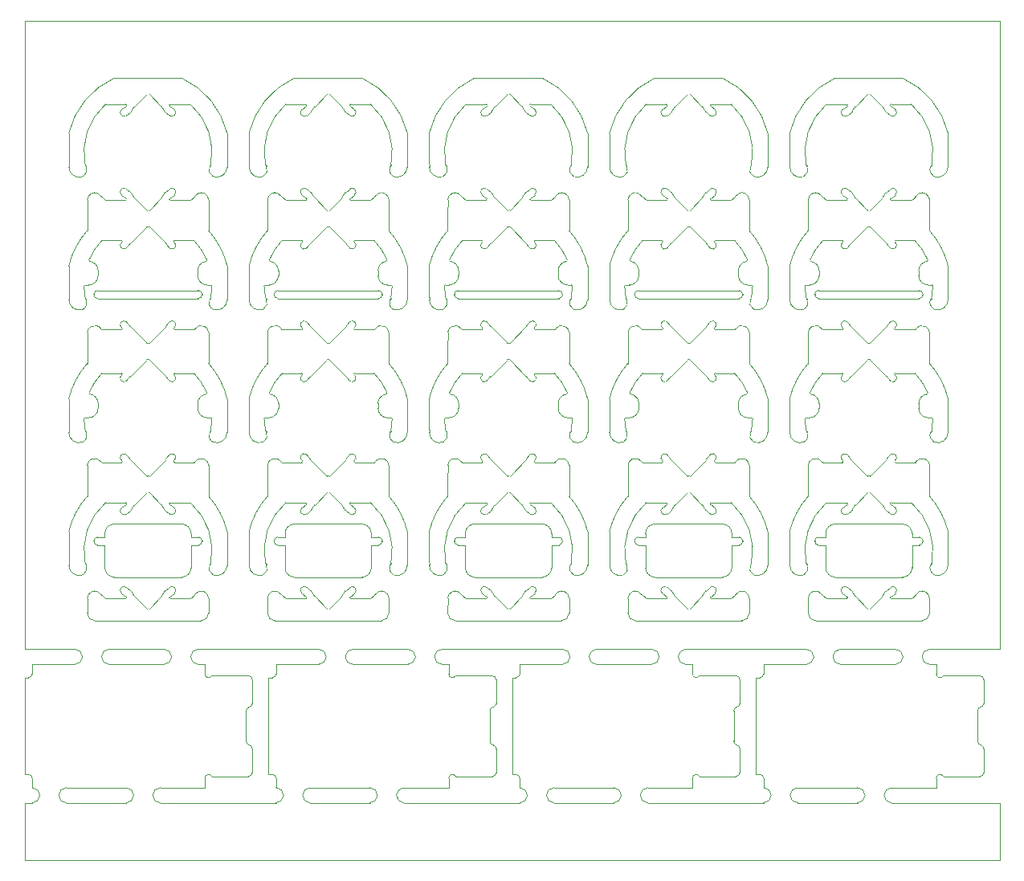
<source format=gbr>
%TF.GenerationSoftware,KiCad,Pcbnew,9.0.3*%
%TF.CreationDate,2025-08-09T11:23:57-04:00*%
%TF.ProjectId,flowstick_main_panel,666c6f77-7374-4696-936b-5f6d61696e5f,rev?*%
%TF.SameCoordinates,Original*%
%TF.FileFunction,Profile,NP*%
%FSLAX46Y46*%
G04 Gerber Fmt 4.6, Leading zero omitted, Abs format (unit mm)*
G04 Created by KiCad (PCBNEW 9.0.3) date 2025-08-09 11:23:57*
%MOMM*%
%LPD*%
G01*
G04 APERTURE LIST*
%TA.AperFunction,Profile*%
%ADD10C,0.050000*%
%TD*%
G04 APERTURE END LIST*
D10*
X148747111Y-99281219D02*
G75*
G02*
X148799585Y-99098023I55489J83219D01*
G01*
X120600041Y-82399976D02*
X120600045Y-84076135D01*
X182022401Y-85558064D02*
G75*
G02*
X181696349Y-85947119I-824901J360164D01*
G01*
X113250050Y-88300063D02*
X113250050Y-88800063D01*
X188472487Y-70744389D02*
G75*
G02*
X190613763Y-77149251I-4472487J-5055611D01*
G01*
X95800000Y-130800000D02*
G75*
G02*
X95400000Y-131200000I-400000J0D01*
G01*
X125106144Y-94164871D02*
X126872768Y-95931494D01*
X106530278Y-71033650D02*
G75*
G02*
X106202570Y-71555064I-879778J189250D01*
G01*
X101386261Y-105149248D02*
X101482818Y-105296189D01*
X158607188Y-94799983D02*
X158599992Y-96399976D01*
X171517187Y-91296202D02*
X171613868Y-91149135D01*
X144202582Y-80044943D02*
G75*
G02*
X144530291Y-80566371I-552382J-710857D01*
G01*
X148349609Y-122855635D02*
G75*
G02*
X148298304Y-122669718I-9J100035D01*
G01*
X109300000Y-144399997D02*
X120700000Y-144400000D01*
X152250050Y-89800063D02*
G75*
G02*
X151250037Y-88800063I50J1000063D01*
G01*
X112472479Y-122855635D02*
X112882821Y-122503822D01*
X149550005Y-115000000D02*
G75*
G02*
X150550000Y-115999998I-5J-1000000D01*
G01*
X144557328Y-80616051D02*
X145872732Y-81931455D01*
X159750050Y-88800063D02*
G75*
G02*
X158750052Y-89800050I-999950J-37D01*
G01*
X106530272Y-113033638D02*
G75*
G02*
X106556619Y-112984668I97828J-21062D01*
G01*
X143197567Y-85097981D02*
G75*
G02*
X143253018Y-85281263I33J-100019D01*
G01*
X186400000Y-144399997D02*
G75*
G02*
X185600003Y-143599999I0J799997D01*
G01*
X171250050Y-103800063D02*
G75*
G02*
X170250037Y-102800063I50J1000063D01*
G01*
X151700050Y-90820063D02*
G75*
G02*
X151300050Y-91220050I-399950J-37D01*
G01*
X173350000Y-76800000D02*
X173339802Y-77350000D01*
X147797432Y-113555069D02*
G75*
G02*
X147469732Y-113033639I552268J710769D01*
G01*
X192339802Y-119350012D02*
G75*
G02*
X190872143Y-120372200I-1089802J12D01*
G01*
X132700000Y-116819990D02*
X132700000Y-116779989D01*
X113958811Y-122154211D02*
G75*
G02*
X114392784Y-122800002I-363211J-712789D01*
G01*
X166893961Y-85435252D02*
G75*
G02*
X166977692Y-85558055I-283061J-282948D01*
G01*
X196100000Y-141200001D02*
X196100000Y-138685814D01*
X105197567Y-99097981D02*
X103157229Y-99097981D01*
X165127283Y-123931442D02*
G75*
G02*
X164872722Y-123931447I-127283J127242D01*
G01*
X143720044Y-121670029D02*
X144202577Y-122044931D01*
X147893961Y-85435252D02*
G75*
G02*
X147977692Y-85558055I-283061J-282948D01*
G01*
X147442721Y-70984002D02*
X146127288Y-69668569D01*
X113250050Y-88300063D02*
G75*
G02*
X114135271Y-87306664I1000050J-37D01*
G01*
X167747111Y-99281219D02*
G75*
G02*
X167303698Y-99947187I-221711J-332981D01*
G01*
X147977699Y-108042074D02*
G75*
G02*
X148303762Y-107653035I824801J-360126D01*
G01*
X152392804Y-94799983D02*
X152400000Y-96399976D01*
X156650049Y-87800000D02*
X156650049Y-90800000D01*
X144022401Y-85558052D02*
G75*
G02*
X143696352Y-85947111I-824901J360152D01*
G01*
X186279967Y-121670038D02*
X185797431Y-122044943D01*
X182557328Y-80616063D02*
X183872732Y-81931467D01*
X103450004Y-116380000D02*
X103450004Y-116000000D01*
X181696358Y-85947132D02*
G75*
G02*
X181253022Y-85281281I-221658J332932D01*
G01*
X121100000Y-131200000D02*
X120700000Y-131200000D01*
X124721116Y-80684927D02*
G75*
G02*
X124650401Y-80855648I-70816J-70673D01*
G01*
X128442682Y-112983949D02*
G75*
G02*
X128469717Y-113033629I-70482J-70551D01*
G01*
X175649999Y-115800014D02*
G75*
G02*
X177599992Y-112076159I8350001J-1999986D01*
G01*
X101250813Y-89901567D02*
G75*
G02*
X101350804Y-89800102I99987J1467D01*
G01*
X188842869Y-99097993D02*
G75*
G02*
X190215877Y-101168358I-4843169J-4702307D01*
G01*
X121500000Y-130800000D02*
G75*
G02*
X121100000Y-131200000I-400000J0D01*
G01*
X125557289Y-122615998D02*
X126872722Y-123931431D01*
X171613863Y-105149155D02*
X171517183Y-105296258D01*
X128893957Y-99435240D02*
G75*
G02*
X128977693Y-99558041I-283057J-282960D01*
G01*
X149550005Y-115000000D02*
X142450004Y-115000000D01*
X159400000Y-125200000D02*
G75*
G02*
X158600000Y-124400000I0J800000D01*
G01*
X133649246Y-89800051D02*
G75*
G02*
X133749238Y-89901554I-46J-100049D01*
G01*
X173350049Y-87800000D02*
X173350049Y-90800000D01*
X114000000Y-130800000D02*
X114000000Y-129800000D01*
X189958815Y-108154211D02*
G75*
G02*
X190392785Y-108800002I-363215J-712789D01*
G01*
X169472479Y-112744365D02*
X167349610Y-112744365D01*
X106106148Y-94164883D02*
X107872772Y-95931506D01*
X144022401Y-99558052D02*
G75*
G02*
X143696352Y-99947111I-824901J360152D01*
G01*
X129747107Y-85281207D02*
G75*
G02*
X129303685Y-85947188I-221707J-332993D01*
G01*
X158784219Y-101168344D02*
G75*
G02*
X160157222Y-99097974I6215481J-2631456D01*
G01*
X167802550Y-108502145D02*
G75*
G02*
X167747056Y-108318824I-50J100045D01*
G01*
X139607241Y-80799995D02*
X139600045Y-82399988D01*
X146127328Y-95931506D02*
G75*
G02*
X145872772Y-95931506I-127278J127279D01*
G01*
X101127857Y-106372186D02*
G75*
G02*
X99660211Y-105349988I-377857J1022186D01*
G01*
X152400000Y-98076139D02*
G75*
G02*
X154350002Y-101799989I-6400000J-5723861D01*
G01*
X144557328Y-80616051D02*
G75*
G02*
X144530264Y-80566377I70372J70551D01*
G01*
X165400000Y-142800000D02*
X165400000Y-141800000D01*
X132320000Y-116380489D02*
G75*
G02*
X132700011Y-116779989I-20000J-399511D01*
G01*
X182530278Y-71033662D02*
G75*
G02*
X182557335Y-70983992I97922J-21138D01*
G01*
X100300002Y-128200003D02*
G75*
G02*
X101099997Y-129000001I-2J-799997D01*
G01*
X122450000Y-117219988D02*
X122450000Y-119599988D01*
X156650000Y-118800000D02*
X156660199Y-119350000D01*
X146127328Y-109931506D02*
G75*
G02*
X145872772Y-109931506I-127278J127279D01*
G01*
X131472475Y-122855623D02*
X131882817Y-122503810D01*
X190250050Y-89800075D02*
G75*
G02*
X189250025Y-88800075I50J1000075D01*
G01*
X195774997Y-138292906D02*
G75*
G02*
X196099988Y-138685814I-74997J-392894D01*
G01*
X130589216Y-67999988D02*
G75*
G02*
X135350006Y-73799987I-3589216J-7800012D01*
G01*
X147977699Y-94042074D02*
G75*
G02*
X147896505Y-94162305I-366799J160174D01*
G01*
X171250050Y-103800063D02*
X171649250Y-103800063D01*
X163022401Y-99558052D02*
G75*
G02*
X162696352Y-99947111I-824901J360152D01*
G01*
X133400000Y-112076139D02*
G75*
G02*
X135350002Y-115799989I-6400000J-5723861D01*
G01*
X109977699Y-108042074D02*
G75*
G02*
X110303762Y-107653035I824801J-360126D01*
G01*
X101127910Y-92372198D02*
G75*
G02*
X99660181Y-91350000I-377910J1022198D01*
G01*
X105650364Y-112744365D02*
X103527528Y-112744365D01*
X109977699Y-94042074D02*
G75*
G02*
X110303762Y-93653035I824801J-360126D01*
G01*
X182106148Y-94164895D02*
X183872772Y-95931518D01*
X147442686Y-112983961D02*
G75*
G02*
X147469714Y-113033643I-70486J-70539D01*
G01*
X144530278Y-71033650D02*
G75*
G02*
X144202570Y-71555064I-879778J189250D01*
G01*
X186349609Y-122855647D02*
X188472479Y-122855647D01*
X141450004Y-116380000D02*
X141450004Y-116000000D01*
X109893961Y-85435252D02*
X108127328Y-83668620D01*
X129298775Y-80669443D02*
X129775607Y-80298014D01*
X163530278Y-71033650D02*
G75*
G02*
X163557340Y-70983985I97922J-21150D01*
G01*
X191100000Y-141800000D02*
G75*
G02*
X191846410Y-141599999I400000J0D01*
G01*
X158607241Y-80799995D02*
X158600045Y-82399988D01*
X139607192Y-108799988D02*
G75*
G02*
X140041179Y-108154187I797208J-67012D01*
G01*
X129771183Y-113298533D02*
G75*
G02*
X129279976Y-113929946I-245783J-315567D01*
G01*
X160527535Y-80855647D02*
X160117185Y-80503782D01*
X196100000Y-133914200D02*
G75*
G02*
X195775002Y-134307105I-400000J0D01*
G01*
X189700050Y-90820075D02*
X189700050Y-90780075D01*
X154350049Y-87800000D02*
X154350049Y-90800000D01*
X152400053Y-82399988D02*
X152400053Y-84076153D01*
X160527529Y-122855635D02*
X162651569Y-122855635D01*
X135339794Y-105349976D02*
G75*
G02*
X133872127Y-106372185I-1089794J-24D01*
G01*
X191846409Y-131000000D02*
X195700000Y-131000000D01*
X160157230Y-94502145D02*
X162197568Y-94502145D01*
X162720029Y-113929984D02*
X163202576Y-113555070D01*
X105696358Y-93653006D02*
G75*
G02*
X106022381Y-94042083I-498558J-748894D01*
G01*
X181000000Y-129800001D02*
X186800002Y-129799999D01*
X144375000Y-138292906D02*
G75*
G02*
X144050000Y-137899998I75000J392906D01*
G01*
X137650049Y-90800000D02*
X137660186Y-91346678D01*
X167298512Y-70930362D02*
G75*
G02*
X167348487Y-70744359I51188J85962D01*
G01*
X110802550Y-108502145D02*
X112842870Y-108502145D01*
X101599996Y-110399988D02*
X101600000Y-112076147D01*
X114517187Y-91296202D02*
X114613868Y-91149135D01*
X141527535Y-80855647D02*
X143650405Y-80855647D01*
X181197567Y-99097993D02*
X179157229Y-99097993D01*
X118649996Y-73799988D02*
G75*
G02*
X123410778Y-67999993I8350004J-2000012D01*
G01*
X170250050Y-88300063D02*
X170250050Y-88800063D01*
X102300050Y-90780062D02*
G75*
G02*
X102700048Y-90380050I400050J-38D01*
G01*
X131842866Y-108502133D02*
X131882813Y-108503799D01*
X144050000Y-137899998D02*
X144050000Y-134700000D01*
X172500000Y-131200000D02*
X172100000Y-131200000D01*
X121300000Y-116779988D02*
X121300000Y-116819988D01*
X128977695Y-108042062D02*
G75*
G02*
X129303736Y-107652991I824805J-360038D01*
G01*
X167747111Y-85281219D02*
G75*
G02*
X167799585Y-85098023I55489J83219D01*
G01*
X163022401Y-85558052D02*
G75*
G02*
X162696352Y-85947111I-824901J360152D01*
G01*
X163106148Y-108164883D02*
X164872772Y-109931506D01*
X171250050Y-89800063D02*
G75*
G02*
X170250037Y-88800063I50J1000063D01*
G01*
X190403098Y-128200006D02*
X197800000Y-128200003D01*
X175650048Y-87800014D02*
G75*
G02*
X177600049Y-84076167I8349952J-1999986D01*
G01*
X118649995Y-115799990D02*
G75*
G02*
X120599995Y-112076141I8350005J-2000010D01*
G01*
X120864824Y-101306660D02*
G75*
G02*
X120784241Y-101168343I11376J99260D01*
G01*
X158599996Y-110399988D02*
X158600000Y-112076147D01*
X195450000Y-137899998D02*
X195450000Y-134700000D01*
X158250813Y-89901567D02*
G75*
G02*
X158350804Y-89800102I99987J1467D01*
G01*
X186802550Y-94502157D02*
X188842870Y-94502157D01*
X135349996Y-73799988D02*
X135349996Y-76799988D01*
X165000000Y-125200000D02*
X170600000Y-125200000D01*
X162701674Y-70930233D02*
X162228828Y-71298556D01*
X143252989Y-94318907D02*
G75*
G02*
X143197568Y-94502228I-55389J-83293D01*
G01*
X169550004Y-117220000D02*
X169550004Y-119600001D01*
X177607241Y-80800000D02*
G75*
G02*
X178041236Y-80154214I797159J-67000D01*
G01*
X99399998Y-144399996D02*
G75*
G02*
X98600004Y-143599999I2J799996D01*
G01*
X120250809Y-103901555D02*
G75*
G02*
X120350800Y-103800098I99991J1455D01*
G01*
X147893961Y-85435252D02*
X146127328Y-83668620D01*
X139250813Y-103901567D02*
G75*
G02*
X139350804Y-103800102I99987J1467D01*
G01*
X128469732Y-122566350D02*
G75*
G02*
X128442691Y-122616036I-98032J21150D01*
G01*
X131550000Y-116379988D02*
X131550000Y-115999986D01*
X105650364Y-112744365D02*
G75*
G02*
X105701234Y-112930556I36J-100035D01*
G01*
X101864828Y-87306672D02*
G75*
G02*
X101784226Y-87168347I11372J99272D01*
G01*
X101607241Y-80799995D02*
X101600045Y-82399988D01*
X129303738Y-99947108D02*
G75*
G02*
X128977704Y-99558036I498662J749008D01*
G01*
X163530272Y-113033638D02*
G75*
G02*
X163202579Y-113555074I-879672J189138D01*
G01*
X105701502Y-122669650D02*
X105228824Y-122301458D01*
X139784219Y-101168344D02*
G75*
G02*
X141157222Y-99097974I6215481J-2631456D01*
G01*
X146800001Y-141400000D02*
G75*
G02*
X147200000Y-141800000I-1J-400000D01*
G01*
X159750050Y-102800063D02*
X159750050Y-102300063D01*
X125022397Y-99558040D02*
G75*
G02*
X124696350Y-99947102I-824897J360140D01*
G01*
X150842870Y-94502145D02*
X150882821Y-94503823D01*
X186349609Y-122855647D02*
G75*
G02*
X186298388Y-122669871I-9J99947D01*
G01*
X133400049Y-84076139D02*
G75*
G02*
X135350041Y-87799991I-6400049J-5723861D01*
G01*
X106106148Y-108164883D02*
G75*
G02*
X106022391Y-108042078I283152J283083D01*
G01*
X179450004Y-117220012D02*
X179450004Y-119600012D01*
X186400000Y-144399997D02*
X197800000Y-144400000D01*
X181720047Y-71929998D02*
X182202583Y-71555093D01*
X169842869Y-85097981D02*
G75*
G02*
X171215880Y-87168344I-4843169J-4702319D01*
G01*
X135339798Y-77349988D02*
G75*
G02*
X133872133Y-78372192I-1089798J-12D01*
G01*
X149550006Y-120600000D02*
X142450004Y-120600000D01*
X129303738Y-93652994D02*
G75*
G02*
X129747144Y-94318951I221662J-333006D01*
G01*
X187550006Y-120600012D02*
X180450004Y-120600012D01*
X116339802Y-119350000D02*
G75*
G02*
X114872139Y-120372198I-1089802J0D01*
G01*
X156649996Y-101799988D02*
X156649996Y-104799988D01*
X192349996Y-104800000D02*
X192339798Y-105350000D01*
X165400000Y-141800000D02*
G75*
G02*
X166146410Y-141599999I400000J0D01*
G01*
X124696354Y-107652994D02*
G75*
G02*
X125022383Y-108042068I-498554J-748906D01*
G01*
X158127861Y-78372198D02*
G75*
G02*
X156660198Y-77350000I-377861J1022198D01*
G01*
X181701502Y-122669662D02*
X181228824Y-122301470D01*
X114400000Y-124400000D02*
G75*
G02*
X113600000Y-125200000I-800000J0D01*
G01*
X177386261Y-105149260D02*
X177482818Y-105296201D01*
X95800000Y-142800000D02*
X95800000Y-141800000D01*
X181696358Y-99947132D02*
G75*
G02*
X181253022Y-99281281I-221658J332932D01*
G01*
X105720047Y-71929986D02*
G75*
G02*
X105228785Y-71298500I-245447J315886D01*
G01*
X144557293Y-122616010D02*
G75*
G02*
X144530247Y-122566367I70707J70710D01*
G01*
X183872772Y-97668632D02*
G75*
G02*
X184127328Y-97668632I127278J-127279D01*
G01*
X106500000Y-143600000D02*
G75*
G02*
X105699999Y-144400000I-800000J0D01*
G01*
X176500000Y-144399996D02*
X182800000Y-144400001D01*
X101482823Y-77296201D02*
X101386215Y-77149197D01*
X118650044Y-87799990D02*
G75*
G02*
X120600052Y-84076149I8349956J-2000010D01*
G01*
X192350000Y-118800012D02*
X192339802Y-119350012D01*
X144374997Y-138292906D02*
G75*
G02*
X144699988Y-138685814I-74997J-392894D01*
G01*
X186298352Y-112930242D02*
X186771187Y-113298557D01*
X165127328Y-95931506D02*
X166896518Y-94162317D01*
X162720047Y-71929986D02*
G75*
G02*
X162228785Y-71298500I-245447J315886D01*
G01*
X101784219Y-87168344D02*
G75*
G02*
X103157222Y-85097974I6215481J-2631456D01*
G01*
X146400000Y-144400000D02*
X147200000Y-144400001D01*
X135339798Y-119349988D02*
G75*
G02*
X133872133Y-120372192I-1089798J-12D01*
G01*
X183872725Y-111668570D02*
X182556617Y-112984678D01*
X190400000Y-129800001D02*
X191100000Y-129800000D01*
X171400053Y-84076151D02*
G75*
G02*
X173350061Y-87799999I-6399953J-5723849D01*
G01*
X99650049Y-90800000D02*
X99660186Y-91346678D01*
X125100000Y-142800001D02*
X131400000Y-142799999D01*
X163530278Y-71033650D02*
G75*
G02*
X163202570Y-71555064I-879778J189250D01*
G01*
X158607192Y-108799995D02*
X158599996Y-110399988D01*
X179450004Y-116000012D02*
G75*
G02*
X180450004Y-115000004I999996J12D01*
G01*
X101864828Y-87306672D02*
G75*
G02*
X102750120Y-88300063I-114628J-993328D01*
G01*
X140750050Y-102800063D02*
X140750050Y-102300063D01*
X182022401Y-99558064D02*
G75*
G02*
X182106149Y-99435254I366599J-160036D01*
G01*
X186747111Y-99281231D02*
G75*
G02*
X186303709Y-99947182I-221711J-332969D01*
G01*
X133215877Y-101168332D02*
G75*
G02*
X133135270Y-101306681I-91977J-39068D01*
G01*
X151958815Y-108154199D02*
G75*
G02*
X152392795Y-108799989I-363215J-712801D01*
G01*
X179450004Y-116380012D02*
X179450004Y-116000012D01*
X120700000Y-144400000D02*
X121500000Y-144400001D01*
X181252989Y-94318919D02*
G75*
G02*
X181197568Y-94502218I-55389J-83281D01*
G01*
X182557293Y-122616022D02*
X183872726Y-123931455D01*
X148303742Y-85947120D02*
G75*
G02*
X147977702Y-85558051I498658J749020D01*
G01*
X107872725Y-111668558D02*
X106556617Y-112984666D01*
X148298352Y-112930230D02*
X148771187Y-113298545D01*
X95400000Y-131200000D02*
X95000000Y-131200000D01*
X158386219Y-119149200D02*
X158482823Y-119296203D01*
X190649250Y-103800075D02*
G75*
G02*
X190749316Y-103901579I-50J-100125D01*
G01*
X186349610Y-80855659D02*
G75*
G02*
X186298753Y-80669423I-10J100059D01*
G01*
X163022401Y-85558052D02*
G75*
G02*
X163106152Y-85435245I366599J-160048D01*
G01*
X162720044Y-121670029D02*
X163202577Y-122044931D01*
X167349610Y-80855647D02*
G75*
G02*
X167298765Y-80669431I-10J100047D01*
G01*
X129303738Y-107652994D02*
G75*
G02*
X129747144Y-108318951I221662J-333006D01*
G01*
X186303742Y-99947132D02*
G75*
G02*
X185977698Y-99558065I498658J749032D01*
G01*
X118650045Y-90799988D02*
X118660182Y-91346666D01*
X166442686Y-112983961D02*
X165127282Y-111668557D01*
X135000000Y-142799999D02*
X139700000Y-142800000D01*
X101607188Y-94799983D02*
X101599992Y-96399976D01*
X120864824Y-101306660D02*
G75*
G02*
X121750132Y-102300051I-114624J-993340D01*
G01*
X188472484Y-80855659D02*
X188882821Y-80503835D01*
X167802550Y-94502145D02*
X169842870Y-94502145D01*
X152649250Y-103800063D02*
G75*
G02*
X152749226Y-103901566I-50J-100037D01*
G01*
X129747107Y-99281207D02*
G75*
G02*
X129303685Y-99947188I-221707J-332993D01*
G01*
X125557324Y-80616039D02*
X126872728Y-81931443D01*
X141527529Y-122855635D02*
X141117206Y-122503823D01*
X113300050Y-90380063D02*
X102700048Y-90380063D01*
X124252985Y-108318895D02*
G75*
G02*
X124696322Y-107653043I221715J332895D01*
G01*
X154349996Y-101799988D02*
X154349996Y-104799988D01*
X103527529Y-122855635D02*
X103117206Y-122503823D01*
X125530274Y-71033638D02*
G75*
G02*
X125557339Y-70983976I97926J-21162D01*
G01*
X166469736Y-122566362D02*
G75*
G02*
X166442692Y-122616045I-98036J21162D01*
G01*
X132958807Y-122154199D02*
G75*
G02*
X133392791Y-122799989I-363207J-712801D01*
G01*
X105252989Y-108318907D02*
G75*
G02*
X105696334Y-107653042I221711J332907D01*
G01*
X151300050Y-91220063D02*
X140700049Y-91220063D01*
X192350000Y-73800012D02*
X192350000Y-76800012D01*
X131842865Y-85097969D02*
X129799580Y-85097969D01*
X140300004Y-116780000D02*
G75*
G02*
X140680004Y-116380504I399996J0D01*
G01*
X160700000Y-142799999D02*
X165400000Y-142800000D01*
X154339802Y-77350000D02*
G75*
G02*
X152872139Y-78372198I-1089802J0D01*
G01*
X139482823Y-77296201D02*
X139386215Y-77149197D01*
X139127861Y-120372198D02*
G75*
G02*
X137660198Y-119350000I-377861J1022198D01*
G01*
X192350000Y-115800012D02*
X192350000Y-118800012D01*
X169842870Y-108502145D02*
X169882817Y-108503811D01*
X133749284Y-89901555D02*
G75*
G02*
X133613868Y-91149119I-6749184J101455D01*
G01*
X169842869Y-85097981D02*
X167799584Y-85097981D01*
X139607196Y-122800000D02*
G75*
G02*
X140041180Y-122154193I797204J-67000D01*
G01*
X189320004Y-116380513D02*
G75*
G02*
X189699988Y-116780013I-20004J-399487D01*
G01*
X124650360Y-112744353D02*
G75*
G02*
X124701243Y-112930565I40J-100047D01*
G01*
X121399996Y-125199988D02*
G75*
G02*
X120600012Y-124399988I4J799988D01*
G01*
X151700050Y-90820063D02*
X151700050Y-90780063D01*
X164872772Y-97668620D02*
X163106149Y-99435242D01*
X179450004Y-117220012D02*
X178680004Y-117220012D01*
X101784219Y-101168344D02*
G75*
G02*
X103157222Y-99097974I6215481J-2631456D01*
G01*
X110298340Y-122669779D02*
X110771187Y-122301455D01*
X107872772Y-83668620D02*
G75*
G02*
X108127328Y-83668620I127278J-127279D01*
G01*
X190250050Y-103800075D02*
X190649250Y-103800075D01*
X144202577Y-122044931D02*
G75*
G02*
X144530274Y-122566362I-552277J-710769D01*
G01*
X130550001Y-114999988D02*
G75*
G02*
X131550012Y-115999986I-1J-1000012D01*
G01*
X148802550Y-108502145D02*
G75*
G02*
X148747056Y-108318824I-50J100045D01*
G01*
X118649996Y-73799988D02*
X118649996Y-76799988D01*
X164872725Y-111668558D02*
X163556617Y-112984666D01*
X150472486Y-70744377D02*
X148348487Y-70744377D01*
X177127857Y-106372198D02*
G75*
G02*
X175660200Y-105350000I-377857J1022198D01*
G01*
X99650000Y-118800000D02*
X99660199Y-119350000D01*
X185442686Y-112983973D02*
X184127282Y-111668569D01*
X103527535Y-80855647D02*
X105650405Y-80855647D01*
X101600045Y-82399988D02*
X101600049Y-84076147D01*
X114400053Y-84076151D02*
G75*
G02*
X116350061Y-87799999I-6399953J-5723849D01*
G01*
X120127906Y-92372186D02*
G75*
G02*
X118660194Y-91349988I-377906J1022186D01*
G01*
X116350000Y-76800000D02*
X116339802Y-77350000D01*
X120607184Y-94799964D02*
G75*
G02*
X121041178Y-94154177I797216J-67036D01*
G01*
X170300050Y-90380063D02*
G75*
G02*
X170700037Y-90780063I50J-399937D01*
G01*
X186771187Y-113298557D02*
G75*
G02*
X186280000Y-113929944I-245787J-315543D01*
G01*
X131842865Y-99097969D02*
X129799580Y-99097969D01*
X99649995Y-101799990D02*
G75*
G02*
X101599995Y-98076141I8350005J-2000010D01*
G01*
X133392853Y-80799983D02*
X133400049Y-82399976D01*
X128469738Y-80566362D02*
G75*
G02*
X128443395Y-80615336I-98038J21162D01*
G01*
X129771186Y-71298542D02*
G75*
G02*
X129279985Y-71929947I-245786J-315558D01*
G01*
X124720043Y-71929974D02*
X125202579Y-71555069D01*
X168550005Y-115000000D02*
G75*
G02*
X169550000Y-115999998I-5J-1000000D01*
G01*
X103100000Y-129000000D02*
G75*
G02*
X103900001Y-128200000I800000J0D01*
G01*
X122157226Y-94502133D02*
X124197564Y-94502133D01*
X124197563Y-99097969D02*
G75*
G02*
X124253027Y-99281271I37J-100031D01*
G01*
X105720047Y-71929986D02*
X106202583Y-71555081D01*
X119000000Y-141200001D02*
X119000000Y-138685814D01*
X172900000Y-130800000D02*
X172900000Y-129800000D01*
X158864828Y-87306672D02*
G75*
G02*
X159750120Y-88300063I-114628J-993328D01*
G01*
X139607196Y-122800007D02*
X139600000Y-124400000D01*
X139700000Y-141800000D02*
G75*
G02*
X140446410Y-141599999I400000J0D01*
G01*
X158607241Y-80799988D02*
G75*
G02*
X159041240Y-80154211I797159J-67012D01*
G01*
X183872772Y-83668632D02*
G75*
G02*
X184127328Y-83668632I127278J-127279D01*
G01*
X110298779Y-80669455D02*
X110775611Y-80298026D01*
X143650364Y-112744365D02*
X141527528Y-112744365D01*
X132958807Y-94154175D02*
G75*
G02*
X133392811Y-94799963I-363207J-712825D01*
G01*
X181696358Y-93653018D02*
G75*
G02*
X182022376Y-94042097I-498558J-748882D01*
G01*
X116349996Y-101799988D02*
X116349996Y-104799988D01*
X162701502Y-122669650D02*
G75*
G02*
X162651569Y-122855637I-51202J-85950D01*
G01*
X177599992Y-96399988D02*
X177599996Y-98076147D01*
X132320000Y-116379988D02*
X131550000Y-116379988D01*
X190392804Y-94799995D02*
X190400000Y-96399988D01*
X177127861Y-120372210D02*
G75*
G02*
X175660187Y-119350012I-377861J1022210D01*
G01*
X109797437Y-71555081D02*
X110279970Y-71929984D01*
X101386219Y-77149197D02*
G75*
G02*
X103527528Y-70744367I6613781J1349197D01*
G01*
X190613774Y-77149253D02*
X190517187Y-77296214D01*
X141450004Y-117220000D02*
X140680004Y-117220000D01*
X178300004Y-116780012D02*
G75*
G02*
X178680004Y-116380504I399996J12D01*
G01*
X147797437Y-71555081D02*
X148279970Y-71929984D01*
X114746409Y-141600000D02*
X118600001Y-141600000D01*
X189250050Y-102300075D02*
G75*
G02*
X190135270Y-101306665I1000050J-25D01*
G01*
X171392808Y-108799995D02*
X171400004Y-110399988D01*
X129600001Y-128199999D02*
X135400000Y-128200004D01*
X135349996Y-115799988D02*
X135349996Y-118799988D01*
X144700000Y-133914200D02*
X144700000Y-131400000D01*
X167349610Y-80855647D02*
X169472484Y-80855647D01*
X156649995Y-101799990D02*
G75*
G02*
X158599995Y-98076141I8350005J-2000010D01*
G01*
X103157230Y-94502145D02*
X105197568Y-94502145D01*
X186349610Y-80855659D02*
X188472484Y-80855659D01*
X141157230Y-108502145D02*
X143197568Y-108502145D01*
X171215881Y-87168344D02*
G75*
G02*
X171135273Y-87306680I-91981J-39056D01*
G01*
X185469736Y-122566374D02*
G75*
G02*
X185442688Y-122616053I-98036J21174D01*
G01*
X110303742Y-107653006D02*
G75*
G02*
X110747135Y-108318943I221658J-332994D01*
G01*
X172900000Y-130800000D02*
G75*
G02*
X172500000Y-131200000I-400000J0D01*
G01*
X137649996Y-101799988D02*
X137649996Y-104799988D01*
X124228823Y-80301455D02*
G75*
G02*
X124720014Y-79670063I245777J315555D01*
G01*
X105701502Y-122669650D02*
G75*
G02*
X105651569Y-122855637I-51202J-85950D01*
G01*
X139350804Y-103800063D02*
X139750052Y-103800063D01*
X141157230Y-108502145D02*
X141117181Y-108503811D01*
X151700004Y-116820002D02*
X151700004Y-116780001D01*
X95800000Y-129800000D02*
X100300002Y-129799999D01*
X179527529Y-122855647D02*
X181651569Y-122855647D01*
X152400000Y-124400000D02*
G75*
G02*
X151600000Y-125200000I-800000J0D01*
G01*
X148802550Y-108502145D02*
X150842870Y-108502145D01*
X112472486Y-70744377D02*
X110348487Y-70744377D01*
X164872772Y-83668620D02*
G75*
G02*
X165127328Y-83668620I127278J-127279D01*
G01*
X168550006Y-120600000D02*
X161450004Y-120600000D01*
X132250046Y-102300051D02*
G75*
G02*
X133135268Y-101306661I1000054J-49D01*
G01*
X177864828Y-87306684D02*
G75*
G02*
X177784211Y-87168353I11372J99284D01*
G01*
X143252989Y-94318907D02*
G75*
G02*
X143696334Y-93653042I221711J332907D01*
G01*
X186802550Y-108502157D02*
G75*
G02*
X186747145Y-108318970I-50J99957D01*
G01*
X141527529Y-122855635D02*
X143651569Y-122855635D01*
X167279967Y-121670026D02*
X166797431Y-122044931D01*
X163022401Y-99558052D02*
G75*
G02*
X163106152Y-99435245I366599J-160048D01*
G01*
X162228827Y-80301467D02*
G75*
G02*
X162720027Y-79670064I245773J315567D01*
G01*
X140680004Y-117219499D02*
G75*
G02*
X140300001Y-116820000I19996J399499D01*
G01*
X107872725Y-111668558D02*
G75*
G02*
X108127278Y-111668561I127275J-127242D01*
G01*
X118649992Y-101799976D02*
X118649992Y-104799976D01*
X112550004Y-119600001D02*
G75*
G02*
X111550006Y-120600004I-1000004J1D01*
G01*
X150472484Y-80855647D02*
X150882821Y-80503823D01*
X150472479Y-122855635D02*
X150882821Y-122503822D01*
X133250046Y-103800051D02*
G75*
G02*
X132250049Y-102800051I54J1000051D01*
G01*
X164872772Y-97668620D02*
G75*
G02*
X165127328Y-97668620I127278J-127279D01*
G01*
X143252989Y-108318907D02*
G75*
G02*
X143197568Y-108502228I-55389J-83293D01*
G01*
X167771190Y-71298554D02*
X167298512Y-70930362D01*
X158607196Y-122800007D02*
X158600000Y-124400000D01*
X109700002Y-128200004D02*
G75*
G02*
X110499996Y-129000001I-2J-799996D01*
G01*
X197800000Y-128200003D02*
X197800000Y-62000000D01*
X181650405Y-70744389D02*
G75*
G02*
X181701684Y-70930261I-5J-100011D01*
G01*
X170300050Y-91220063D02*
X159700049Y-91220063D01*
X131472475Y-112744353D02*
X129349606Y-112744353D01*
X101386262Y-91149252D02*
X101482823Y-91296201D01*
X154500000Y-129000000D02*
G75*
G02*
X155300001Y-128200000I800000J0D01*
G01*
X101607192Y-108799988D02*
G75*
G02*
X102041179Y-108154187I797208J-67012D01*
G01*
X186303742Y-93653018D02*
G75*
G02*
X186747124Y-94318938I221658J-332982D01*
G01*
X99650048Y-87800002D02*
G75*
G02*
X101600053Y-84076158I8349952J-1999998D01*
G01*
X168550005Y-115000000D02*
X161450004Y-115000000D01*
X166797437Y-71555081D02*
G75*
G02*
X166469785Y-71033641I552263J710681D01*
G01*
X102750050Y-88300063D02*
X102750050Y-88800063D01*
X165127283Y-123931442D02*
X166442686Y-122616039D01*
X147200000Y-142800000D02*
X147200000Y-141800000D01*
X146127328Y-95931506D02*
X147896518Y-94162317D01*
X103900001Y-128199999D02*
X109700000Y-128200004D01*
X169842869Y-99097981D02*
X167799584Y-99097981D01*
X139250813Y-89901567D02*
G75*
G02*
X139350804Y-89800102I99987J1467D01*
G01*
X114250050Y-103800063D02*
G75*
G02*
X113250037Y-102800063I50J1000063D01*
G01*
X175650000Y-76800012D02*
X175660199Y-77350012D01*
X147977699Y-108042074D02*
G75*
G02*
X147896505Y-108162305I-366799J160174D01*
G01*
X105252989Y-94318907D02*
G75*
G02*
X105696334Y-93653042I221711J332907D01*
G01*
X176500000Y-142800001D02*
X182800000Y-142799999D01*
X139864828Y-101306672D02*
G75*
G02*
X139784226Y-101168347I11372J99272D01*
G01*
X139003098Y-128200006D02*
X146400000Y-128200003D01*
X140446410Y-131000000D02*
G75*
G02*
X139700000Y-130800000I-346410J200000D01*
G01*
X186802550Y-108502157D02*
X188842870Y-108502157D01*
X186279967Y-113929986D02*
X185797432Y-113555081D01*
X163106148Y-94164883D02*
G75*
G02*
X163022391Y-94042078I283152J283083D01*
G01*
X160450004Y-116380000D02*
X159680004Y-116380000D01*
X186802550Y-94502157D02*
G75*
G02*
X186747145Y-94318970I-50J99957D01*
G01*
X122157226Y-108502133D02*
X122117177Y-108503799D01*
X190400004Y-112076163D02*
G75*
G02*
X192349995Y-115800015I-6400004J-5723837D01*
G01*
X180200000Y-129000000D02*
G75*
G02*
X181000001Y-128200000I800000J0D01*
G01*
X124720040Y-121670017D02*
X125202573Y-122044919D01*
X150842869Y-99097981D02*
G75*
G02*
X152215880Y-101168344I-4843169J-4702319D01*
G01*
X128469732Y-122566350D02*
G75*
G02*
X128797407Y-122044893I879768J-189150D01*
G01*
X152392804Y-122800007D02*
X152400000Y-124400000D01*
X112500000Y-129000000D02*
G75*
G02*
X113300000Y-128200000I800000J0D01*
G01*
X124197563Y-85097969D02*
G75*
G02*
X124253027Y-85281271I37J-100031D01*
G01*
X143720047Y-71929986D02*
G75*
G02*
X143228785Y-71298500I-245447J315886D01*
G01*
X162197567Y-99097981D02*
X160157229Y-99097981D01*
X137650000Y-76800000D02*
X137660199Y-77350000D01*
X170320004Y-117220000D02*
X169550004Y-117220000D01*
X133250046Y-103800051D02*
X133649246Y-103800051D01*
X167303742Y-99947120D02*
G75*
G02*
X166977702Y-99558051I498658J749020D01*
G01*
X122116344Y-94502132D02*
X122157226Y-94502133D01*
X177482823Y-77296213D02*
X177386215Y-77149209D01*
X148349609Y-122855635D02*
X150472479Y-122855635D01*
X143197567Y-85097981D02*
X141157229Y-85097981D01*
X181228827Y-80301479D02*
G75*
G02*
X181720039Y-79670061I245773J315579D01*
G01*
X171400000Y-98076139D02*
G75*
G02*
X173350002Y-101799989I-6400000J-5723861D01*
G01*
X143696358Y-107653006D02*
G75*
G02*
X144022381Y-108042083I-498558J-748894D01*
G01*
X186298779Y-80669467D02*
X186775611Y-80298038D01*
X139599996Y-110399988D02*
X139600000Y-112076147D01*
X114400000Y-98076139D02*
G75*
G02*
X116350002Y-101799989I-6400000J-5723861D01*
G01*
X105252989Y-108318907D02*
G75*
G02*
X105197568Y-108502228I-55389J-83293D01*
G01*
X127127284Y-81931443D02*
X128443393Y-80615334D01*
X121500000Y-142800000D02*
X121500000Y-141800000D01*
X149589220Y-68000000D02*
G75*
G02*
X154350000Y-73800001I-3589220J-7800000D01*
G01*
X181701502Y-122669662D02*
G75*
G02*
X181651569Y-122855627I-51202J-85938D01*
G01*
X160157230Y-108502145D02*
X162197568Y-108502145D01*
X101607192Y-108799995D02*
X101599996Y-110399988D01*
X124701498Y-122669638D02*
X124228820Y-122301446D01*
X121500000Y-130800000D02*
X121500000Y-129800000D01*
X151250050Y-88300063D02*
X151250050Y-88800063D01*
X137649996Y-104799988D02*
X137660194Y-105349934D01*
X170075000Y-138292906D02*
G75*
G02*
X169750000Y-137899998I75000J392906D01*
G01*
X140700049Y-91220063D02*
G75*
G02*
X140300037Y-90820064I51J400063D01*
G01*
X148279957Y-79670051D02*
G75*
G02*
X148775591Y-80298001I245443J-315849D01*
G01*
X129303738Y-85947108D02*
G75*
G02*
X128977704Y-85558036I498662J749008D01*
G01*
X107872772Y-83668620D02*
X106106149Y-85435242D01*
X177127861Y-78372210D02*
G75*
G02*
X175660187Y-77350012I-377861J1022210D01*
G01*
X110303742Y-93653006D02*
G75*
G02*
X110747135Y-94318943I221658J-332994D01*
G01*
X173350000Y-118800000D02*
X173339802Y-119350000D01*
X181252989Y-108318919D02*
G75*
G02*
X181696345Y-107653037I221711J332919D01*
G01*
X137650000Y-115800000D02*
X137650000Y-118800000D01*
X165127288Y-81931455D02*
G75*
G02*
X164872732Y-81931455I-127278J127279D01*
G01*
X135350045Y-90799988D02*
X135341727Y-91349988D01*
X99650000Y-73800000D02*
G75*
G02*
X104410780Y-68000000I8350000J-2000000D01*
G01*
X124228823Y-80301455D02*
X124721116Y-80684927D01*
X151300050Y-90380063D02*
G75*
G02*
X151700037Y-90780063I50J-399937D01*
G01*
X186279967Y-121670038D02*
G75*
G02*
X186771197Y-122301479I245433J-315862D01*
G01*
X147200000Y-130800000D02*
X147200000Y-129800000D01*
X162720047Y-71929986D02*
X163202583Y-71555081D01*
X128893957Y-85435240D02*
X127127324Y-83668608D01*
X154349996Y-104799988D02*
X154339798Y-105349988D01*
X131842866Y-94502133D02*
X131882817Y-94503811D01*
X107872732Y-69668569D02*
G75*
G02*
X108127288Y-69668569I127278J-127279D01*
G01*
X171649250Y-103800063D02*
G75*
G02*
X171749226Y-103901566I-50J-100037D01*
G01*
X120386257Y-105149236D02*
X120482814Y-105296177D01*
X172900000Y-129800000D02*
X177400002Y-129799999D01*
X113700050Y-90820063D02*
G75*
G02*
X113300050Y-91220050I-399950J-37D01*
G01*
X129349606Y-80855635D02*
X131472480Y-80855635D01*
X185442721Y-70984014D02*
G75*
G02*
X185469725Y-71033666I-70821J-70686D01*
G01*
X116350049Y-87800000D02*
X116350049Y-90800000D01*
X158607188Y-94799976D02*
G75*
G02*
X159041179Y-94154182I797212J-67024D01*
G01*
X129747107Y-85281207D02*
G75*
G02*
X129799582Y-85098031I55493J83207D01*
G01*
X121750046Y-102800051D02*
G75*
G02*
X120750048Y-103800046I-999946J-49D01*
G01*
X106557293Y-122616010D02*
G75*
G02*
X106530247Y-122566367I70707J70710D01*
G01*
X151250050Y-88300063D02*
G75*
G02*
X152135271Y-87306664I1000050J-37D01*
G01*
X139386262Y-91149252D02*
X139482823Y-91296201D01*
X143701235Y-112930557D02*
X143224403Y-113301986D01*
X171400000Y-124400000D02*
G75*
G02*
X170600000Y-125200000I-800000J0D01*
G01*
X102300004Y-116780000D02*
G75*
G02*
X102680004Y-116380504I399996J0D01*
G01*
X175650000Y-118800012D02*
X175660199Y-119350012D01*
X146800000Y-131200000D02*
X146400000Y-131200000D01*
X190400000Y-124400012D02*
G75*
G02*
X189600000Y-125200000I-800000J12D01*
G01*
X122450000Y-116379988D02*
X122450000Y-115999988D01*
X178400000Y-125200012D02*
G75*
G02*
X177599988Y-124400012I0J800012D01*
G01*
X192341731Y-91350012D02*
G75*
G02*
X190866780Y-92372262I-1091731J12D01*
G01*
X124696354Y-93652994D02*
G75*
G02*
X125022383Y-94042068I-498554J-748906D01*
G01*
X105650405Y-70744377D02*
G75*
G02*
X105701695Y-70930269I-5J-100023D01*
G01*
X167298352Y-112930230D02*
G75*
G02*
X167349610Y-112744383I51348J85830D01*
G01*
X170250050Y-102300063D02*
X170250050Y-102800063D01*
X173339802Y-77350000D02*
G75*
G02*
X171872139Y-78372198I-1089802J0D01*
G01*
X195775000Y-138292906D02*
G75*
G02*
X195450000Y-137899998I75000J392906D01*
G01*
X177250813Y-103901579D02*
G75*
G02*
X177350804Y-103800102I99987J1479D01*
G01*
X184000000Y-125200012D02*
X178400000Y-125200012D01*
X184127328Y-109931518D02*
G75*
G02*
X183872772Y-109931518I-127278J127279D01*
G01*
X124650360Y-112744353D02*
X122527524Y-112744353D01*
X190392857Y-80800007D02*
X190400053Y-82400000D01*
X163557293Y-122616010D02*
X164872726Y-123931443D01*
X178750050Y-88800075D02*
G75*
G02*
X177750052Y-89800050I-999950J-25D01*
G01*
X164872725Y-111668558D02*
G75*
G02*
X165127278Y-111668561I127275J-127242D01*
G01*
X144106148Y-108164883D02*
G75*
G02*
X144022391Y-108042078I283152J283083D01*
G01*
X109300000Y-142799999D02*
X114000000Y-142800000D01*
X175650049Y-87800012D02*
X175650049Y-90800012D01*
X144106148Y-94164883D02*
X145872772Y-95931506D01*
X118649992Y-104799976D02*
X118660190Y-105349922D01*
X99650000Y-73800000D02*
X99650000Y-76800000D01*
X185469736Y-122566374D02*
G75*
G02*
X185797439Y-122044953I879764J-189226D01*
G01*
X190250050Y-103800075D02*
G75*
G02*
X189250025Y-102800075I50J1000075D01*
G01*
X127127279Y-123931430D02*
G75*
G02*
X126872722Y-123931431I-127279J127230D01*
G01*
X135350045Y-87799988D02*
X135350045Y-90799988D01*
X139607188Y-94799983D02*
X139599992Y-96399976D01*
X110279967Y-113929974D02*
X109797432Y-113555069D01*
X189600000Y-129000000D02*
G75*
G02*
X190400000Y-128200000I800000J0D01*
G01*
X189958811Y-122154223D02*
G75*
G02*
X190392774Y-122800015I-363211J-712777D01*
G01*
X140446409Y-141600000D02*
X144300001Y-141600000D01*
X103450004Y-117220000D02*
X103450004Y-119600000D01*
X178750050Y-88300075D02*
X178750050Y-88800075D01*
X113300050Y-91220063D02*
X102700049Y-91220063D01*
X101864828Y-101306672D02*
G75*
G02*
X101784226Y-101168347I11372J99272D01*
G01*
X113700004Y-116820002D02*
G75*
G02*
X113320004Y-117219503I-400004J2D01*
G01*
X124701670Y-70930221D02*
X124228824Y-71298544D01*
X129298348Y-112930218D02*
X129771183Y-113298533D01*
X186279957Y-79670063D02*
X185797439Y-80044954D01*
X146400000Y-150400000D02*
X172100000Y-150400000D01*
X148349610Y-80855647D02*
G75*
G02*
X148298765Y-80669431I-10J100047D01*
G01*
X162252989Y-108318907D02*
G75*
G02*
X162197568Y-108502228I-55389J-83293D01*
G01*
X139600045Y-82399988D02*
X139600049Y-84076147D01*
X189700050Y-90820075D02*
G75*
G02*
X189300050Y-91220050I-399950J-25D01*
G01*
X185893961Y-99435264D02*
G75*
G02*
X185977689Y-99558068I-283061J-282936D01*
G01*
X139127861Y-78372198D02*
G75*
G02*
X137660198Y-77350000I-377861J1022198D01*
G01*
X163557293Y-122616010D02*
G75*
G02*
X163530247Y-122566367I70707J70710D01*
G01*
X132300046Y-90380051D02*
X121700044Y-90380051D01*
X121300046Y-90780050D02*
G75*
G02*
X121700044Y-90380046I400054J-50D01*
G01*
X128442717Y-70983990D02*
X127127284Y-69668557D01*
X162721120Y-80684939D02*
G75*
G02*
X162650405Y-80855642I-70820J-70661D01*
G01*
X101386219Y-119149200D02*
X101482823Y-119296203D01*
X108000000Y-125200000D02*
X102400000Y-125200000D01*
X166893961Y-99435252D02*
X165127328Y-97668620D01*
X160527529Y-122855635D02*
X160117206Y-122503823D01*
X185469742Y-80566386D02*
G75*
G02*
X185443392Y-80615353I-98042J21186D01*
G01*
X99649996Y-104799988D02*
X99660194Y-105349934D01*
X165000000Y-125200000D02*
X159400000Y-125200000D01*
X133215877Y-87168332D02*
G75*
G02*
X133135270Y-87306681I-91977J-39068D01*
G01*
X126872721Y-111668546D02*
G75*
G02*
X127127278Y-111668545I127279J-127254D01*
G01*
X182022401Y-99558064D02*
G75*
G02*
X181696349Y-99947119I-824901J360164D01*
G01*
X121750046Y-102800051D02*
X121750046Y-102300051D01*
X125100000Y-144399996D02*
X131400000Y-144400001D01*
X102400000Y-125200000D02*
G75*
G02*
X101600000Y-124400000I0J800000D01*
G01*
X120386258Y-91149240D02*
X120482819Y-91296189D01*
X162720029Y-113929984D02*
G75*
G02*
X162224400Y-113301982I-245429J315884D01*
G01*
X114392857Y-80799995D02*
X114400053Y-82399988D01*
X110802550Y-94502145D02*
G75*
G02*
X110747056Y-94318824I-50J100045D01*
G01*
X116350000Y-118800000D02*
X116339802Y-119350000D01*
X116350000Y-115800000D02*
X116350000Y-118800000D01*
X190400000Y-98076151D02*
G75*
G02*
X192349997Y-101800002I-6400000J-5723849D01*
G01*
X95000000Y-141400000D02*
X95000000Y-131200000D01*
X170250050Y-102300063D02*
G75*
G02*
X171135271Y-101306664I1000050J-37D01*
G01*
X173349996Y-104799988D02*
X173339798Y-105349988D01*
X139784219Y-87168344D02*
G75*
G02*
X141157222Y-85097974I6215481J-2631456D01*
G01*
X151320004Y-116380000D02*
X150550004Y-116380000D01*
X108127283Y-123931442D02*
X109442686Y-122616039D01*
X188842870Y-94502157D02*
X188882821Y-94503835D01*
X114613774Y-77149241D02*
X114517187Y-77296202D01*
X148747111Y-85281219D02*
G75*
G02*
X148303698Y-85947187I-221711J-332981D01*
G01*
X143650364Y-112744365D02*
G75*
G02*
X143701234Y-112930556I36J-100035D01*
G01*
X164872732Y-69668569D02*
G75*
G02*
X165127288Y-69668569I127278J-127279D01*
G01*
X158127910Y-92372198D02*
G75*
G02*
X156660181Y-91350000I-377910J1022198D01*
G01*
X110303742Y-85947120D02*
G75*
G02*
X109977702Y-85558051I498658J749020D01*
G01*
X129298508Y-70930350D02*
G75*
G02*
X129348483Y-70744367I51192J85950D01*
G01*
X145872772Y-97668620D02*
X144106149Y-99435242D01*
X132250046Y-88300051D02*
X132250046Y-88800051D01*
X110298352Y-112930230D02*
X110771187Y-113298545D01*
X114400004Y-112076151D02*
G75*
G02*
X116350000Y-115800002I-6400004J-5723849D01*
G01*
X189700004Y-116820014D02*
G75*
G02*
X189320004Y-117219504I-400004J14D01*
G01*
X188550004Y-116380012D02*
X188550004Y-116000010D01*
X177600045Y-82400000D02*
X177600049Y-84076159D01*
X152250050Y-103800063D02*
G75*
G02*
X151250037Y-102800063I50J1000063D01*
G01*
X151700004Y-116820002D02*
G75*
G02*
X151320004Y-117219503I-400004J2D01*
G01*
X132700000Y-116819990D02*
G75*
G02*
X132320001Y-117219500I-400000J-10D01*
G01*
X166797432Y-113555069D02*
G75*
G02*
X166469732Y-113033639I552268J710769D01*
G01*
X155300001Y-128199999D02*
X161100000Y-128200004D01*
X161100002Y-128200004D02*
G75*
G02*
X161899996Y-129000001I-2J-799996D01*
G01*
X118650045Y-87799988D02*
X118650045Y-90799988D01*
X159750050Y-88300063D02*
X159750050Y-88800063D01*
X126999996Y-125199988D02*
X121399996Y-125199988D01*
X188472486Y-70744389D02*
X186348487Y-70744389D01*
X113700004Y-116820002D02*
X113700004Y-116780001D01*
X120784215Y-101168332D02*
G75*
G02*
X122157220Y-99097964I6215485J-2631468D01*
G01*
X133400000Y-110399976D02*
X133400000Y-112076141D01*
X196100000Y-141200001D02*
G75*
G02*
X195700001Y-141600000I-400000J1D01*
G01*
X181000001Y-128199999D02*
X186800000Y-128200004D01*
X105701674Y-70930233D02*
X105228828Y-71298556D01*
X177607196Y-122800012D02*
G75*
G02*
X178041175Y-122154196I797204J-66988D01*
G01*
X105252989Y-94318907D02*
G75*
G02*
X105197568Y-94502228I-55389J-83293D01*
G01*
X113303098Y-128200006D02*
X120700000Y-128200003D01*
X158350804Y-103800063D02*
X158750052Y-103800063D01*
X188550004Y-119600013D02*
G75*
G02*
X187550006Y-120600004I-1000004J13D01*
G01*
X126999996Y-125199988D02*
X132599996Y-125199988D01*
X139386219Y-119149200D02*
X139482823Y-119296203D01*
X111550005Y-115000000D02*
G75*
G02*
X112550000Y-115999998I-5J-1000000D01*
G01*
X150472487Y-70744377D02*
G75*
G02*
X152613774Y-77149241I-4472487J-5055623D01*
G01*
X166442721Y-70984002D02*
X165127288Y-69668569D01*
X147893961Y-99435252D02*
X146127328Y-97668620D01*
X129298336Y-122669767D02*
X129771183Y-122301443D01*
X133399996Y-96399964D02*
X133399996Y-98076129D01*
X125022397Y-85558040D02*
G75*
G02*
X124696350Y-85947102I-824897J360140D01*
G01*
X143720029Y-113929984D02*
G75*
G02*
X143224400Y-113301982I-245429J315884D01*
G01*
X133517183Y-119296218D02*
X133613779Y-119149220D01*
X143701674Y-70930233D02*
X143228828Y-71298556D01*
X110802550Y-108502145D02*
G75*
G02*
X110747056Y-108318824I-50J100045D01*
G01*
X181720047Y-71929998D02*
G75*
G02*
X181228870Y-71298622I-245447J315798D01*
G01*
X125202573Y-122044919D02*
G75*
G02*
X125530278Y-122566348I-552273J-710781D01*
G01*
X125530268Y-113033626D02*
G75*
G02*
X125556619Y-112984660I97832J-21074D01*
G01*
X144557293Y-122616010D02*
X145872726Y-123931443D01*
X150842869Y-85097981D02*
X148799584Y-85097981D01*
X132700046Y-90820051D02*
X132700046Y-90780051D01*
X172100000Y-144400000D02*
X172900000Y-144400001D01*
X113300000Y-129800001D02*
X114000000Y-129800000D01*
X133613859Y-105149143D02*
X133517179Y-105296246D01*
X190392804Y-122800019D02*
X190400000Y-124400012D01*
X105701235Y-112930557D02*
X105224403Y-113301986D01*
X139700000Y-142800000D02*
X139700000Y-141800000D01*
X106022401Y-99558052D02*
G75*
G02*
X106106152Y-99435245I366599J-160048D01*
G01*
X173341731Y-91350000D02*
G75*
G02*
X171866776Y-92372260I-1091731J0D01*
G01*
X172100000Y-150400000D02*
X197800000Y-150400000D01*
X178750050Y-102800075D02*
X178750050Y-102300075D01*
X120864824Y-87306660D02*
G75*
G02*
X121750132Y-88300051I-114624J-993340D01*
G01*
X186303742Y-107653018D02*
G75*
G02*
X186747124Y-108318938I221658J-332982D01*
G01*
X103900000Y-129800001D02*
X109700002Y-129799999D01*
X109442721Y-70984002D02*
G75*
G02*
X109469731Y-71033652I-70821J-70698D01*
G01*
X107872732Y-69668569D02*
X106557328Y-70983973D01*
X148279967Y-121670026D02*
G75*
G02*
X148771208Y-122301482I245433J-315874D01*
G01*
X162252989Y-94318907D02*
G75*
G02*
X162696334Y-93653042I221711J332907D01*
G01*
X166977699Y-94042074D02*
G75*
G02*
X166896505Y-94162305I-366799J160174D01*
G01*
X110771187Y-113298545D02*
G75*
G02*
X110279988Y-113929947I-245787J-315555D01*
G01*
X186747111Y-85281231D02*
G75*
G02*
X186303709Y-85947182I-221711J-332969D01*
G01*
X182557328Y-80616063D02*
G75*
G02*
X182530307Y-80566380I70372J70463D01*
G01*
X150550004Y-119600001D02*
G75*
G02*
X149550006Y-120600004I-1000004J1D01*
G01*
X185797432Y-113555081D02*
G75*
G02*
X185469725Y-113033652I552268J710781D01*
G01*
X162701502Y-122669650D02*
X162228824Y-122301458D01*
X103450004Y-116380000D02*
X102680004Y-116380000D01*
X148298512Y-70930362D02*
G75*
G02*
X148348487Y-70744359I51188J85962D01*
G01*
X141450004Y-117220000D02*
X141450004Y-119600000D01*
X195700000Y-131000000D02*
G75*
G02*
X196100000Y-131400000I0J-400000D01*
G01*
X190613863Y-105149167D02*
X190517183Y-105296270D01*
X148747111Y-85281219D02*
G75*
G02*
X148799585Y-85098023I55489J83219D01*
G01*
X186771190Y-71298566D02*
G75*
G02*
X186280010Y-71929945I-245790J-315534D01*
G01*
X124696354Y-99947108D02*
G75*
G02*
X124252951Y-99281155I-221654J333008D01*
G01*
X158607196Y-122800000D02*
G75*
G02*
X159041180Y-122154193I797204J-67000D01*
G01*
X135341727Y-91349988D02*
G75*
G02*
X133866770Y-92372254I-1091727J-12D01*
G01*
X147797437Y-71555081D02*
G75*
G02*
X147469785Y-71033641I552263J710681D01*
G01*
X143650405Y-70744377D02*
G75*
G02*
X143701695Y-70930269I-5J-100023D01*
G01*
X162650364Y-112744365D02*
G75*
G02*
X162701234Y-112930556I36J-100035D01*
G01*
X162228824Y-122301458D02*
G75*
G02*
X162720017Y-121670063I245776J315558D01*
G01*
X189300050Y-90380075D02*
X178700048Y-90380075D01*
X169472486Y-70744377D02*
X167348487Y-70744377D01*
X126872768Y-83668608D02*
G75*
G02*
X127127324Y-83668608I127278J-127279D01*
G01*
X143228824Y-122301458D02*
G75*
G02*
X143720017Y-121670063I245776J315558D01*
G01*
X133250046Y-89800051D02*
X133649246Y-89800051D01*
X102300050Y-90780062D02*
X102300050Y-90820064D01*
X133392804Y-108799983D02*
X133400000Y-110399976D01*
X150799998Y-144399996D02*
G75*
G02*
X150000004Y-143599999I2J799996D01*
G01*
X181228824Y-122301470D02*
G75*
G02*
X181720029Y-121670060I245776J315570D01*
G01*
X128442682Y-112983949D02*
X127127278Y-111668545D01*
X111589220Y-68000000D02*
G75*
G02*
X116350000Y-73800001I-3589220J-7800000D01*
G01*
X143228827Y-80301467D02*
X143721120Y-80684939D01*
X113958864Y-80154199D02*
G75*
G02*
X114392872Y-80799987I-363164J-712801D01*
G01*
X120386215Y-119149188D02*
X120482819Y-119296191D01*
X106202582Y-80044943D02*
G75*
G02*
X106530291Y-80566371I-552382J-710857D01*
G01*
X105720029Y-113929984D02*
G75*
G02*
X105224400Y-113301982I-245429J315884D01*
G01*
X173700001Y-143600000D02*
G75*
G02*
X172900000Y-144400001I-800001J0D01*
G01*
X109442721Y-70984002D02*
X108127288Y-69668569D01*
X190400000Y-96399988D02*
X190400000Y-98076153D01*
X166797437Y-71555081D02*
X167279970Y-71929984D01*
X144700000Y-141200001D02*
X144700000Y-138685814D01*
X129802546Y-108502133D02*
X131842866Y-108502133D01*
X105197567Y-85097981D02*
G75*
G02*
X105253018Y-85281263I33J-100019D01*
G01*
X170958815Y-108154199D02*
G75*
G02*
X171392795Y-108799989I-363215J-712801D01*
G01*
X190215881Y-101168356D02*
G75*
G02*
X190135271Y-101306676I-91981J-39044D01*
G01*
X165127328Y-95931506D02*
G75*
G02*
X164872772Y-95931506I-127278J127279D01*
G01*
X162252989Y-94318907D02*
G75*
G02*
X162197568Y-94502228I-55389J-83293D01*
G01*
X112472479Y-112744365D02*
X110349610Y-112744365D01*
X167303742Y-107653006D02*
G75*
G02*
X167747135Y-108318943I221658J-332994D01*
G01*
X152250050Y-89800063D02*
X152649250Y-89800063D01*
X160527535Y-80855647D02*
X162650405Y-80855647D01*
X101750052Y-89800063D02*
X101350804Y-89800063D01*
X179527535Y-80855659D02*
X181650405Y-80855659D01*
X122300001Y-143600000D02*
G75*
G02*
X121500000Y-144400001I-800001J0D01*
G01*
X151958811Y-94154187D02*
G75*
G02*
X152392803Y-94799976I-363211J-712813D01*
G01*
X163202577Y-122044931D02*
G75*
G02*
X163530274Y-122566362I-552277J-710769D01*
G01*
X150472481Y-112744364D02*
G75*
G02*
X152613782Y-119149235I-4472481J-5055636D01*
G01*
X101350804Y-103800063D02*
X101750052Y-103800063D01*
X133649246Y-103800051D02*
G75*
G02*
X133749238Y-103901554I-46J-100049D01*
G01*
X114517187Y-119296230D02*
X114613783Y-119149232D01*
X129747107Y-99281207D02*
G75*
G02*
X129799582Y-99098031I55493J83207D01*
G01*
X171613774Y-77149241D02*
X171517187Y-77296202D01*
X180450004Y-120600012D02*
G75*
G02*
X179449988Y-119600012I-4J1000012D01*
G01*
X186303742Y-85947132D02*
G75*
G02*
X185977698Y-85558065I498658J749032D01*
G01*
X131842865Y-85097969D02*
G75*
G02*
X133215881Y-87168330I-4843165J-4702331D01*
G01*
X151958864Y-80154199D02*
G75*
G02*
X152392872Y-80799987I-363164J-712801D01*
G01*
X121700045Y-91220051D02*
G75*
G02*
X121300049Y-90820052I55J400051D01*
G01*
X179116348Y-94502156D02*
X179157230Y-94502157D01*
X159300004Y-116780000D02*
G75*
G02*
X159680004Y-116380504I399996J0D01*
G01*
X182530272Y-113033650D02*
G75*
G02*
X182202575Y-113555080I-879672J189150D01*
G01*
X172500001Y-141400000D02*
X172100000Y-141400000D01*
X108127283Y-123931442D02*
G75*
G02*
X107872722Y-123931447I-127283J127242D01*
G01*
X167298340Y-122669779D02*
X167771187Y-122301455D01*
X105228824Y-122301458D02*
G75*
G02*
X105720017Y-121670063I245776J315558D01*
G01*
X164872732Y-69668569D02*
X163557328Y-70983973D01*
X165400000Y-130800000D02*
X165400000Y-129800000D01*
X171250050Y-89800063D02*
X171649250Y-89800063D01*
X195450000Y-134700000D02*
G75*
G02*
X195775000Y-134307094I400000J0D01*
G01*
X175650000Y-73800012D02*
G75*
G02*
X180410777Y-68000005I8350000J-1999988D01*
G01*
X108127328Y-95931506D02*
G75*
G02*
X107872772Y-95931506I-127278J127279D01*
G01*
X154350000Y-76800000D02*
X154339802Y-77350000D01*
X188472481Y-112744376D02*
G75*
G02*
X190613770Y-119149245I-4472481J-5055624D01*
G01*
X122527531Y-80855635D02*
X122117181Y-80503770D01*
X120127857Y-120372186D02*
G75*
G02*
X118660211Y-119349988I-377857J1022186D01*
G01*
X129600000Y-129800001D02*
X135400002Y-129799999D01*
X182106148Y-108164895D02*
X183872772Y-109931518D01*
X129298348Y-112930218D02*
G75*
G02*
X129349606Y-112744391I51352J85818D01*
G01*
X173350000Y-73800000D02*
X173350000Y-76800000D01*
X148000001Y-143600000D02*
G75*
G02*
X147200000Y-144400001I-800001J0D01*
G01*
X128442717Y-70983990D02*
G75*
G02*
X128469733Y-71033639I-70817J-70710D01*
G01*
X126872768Y-83668608D02*
X125106145Y-85435230D01*
X171749287Y-103901567D02*
G75*
G02*
X171613863Y-105149149I-6749087J101467D01*
G01*
X120607188Y-108799983D02*
X120599992Y-110399976D01*
X95000000Y-62000000D02*
X95000000Y-128200003D01*
X95400001Y-141400000D02*
X95000000Y-141400000D01*
X120607237Y-80799976D02*
G75*
G02*
X121041240Y-80154206I797163J-67024D01*
G01*
X128800000Y-129000000D02*
G75*
G02*
X129600001Y-128200000I800000J0D01*
G01*
X143721120Y-80684939D02*
G75*
G02*
X143650405Y-80855642I-70820J-70661D01*
G01*
X177864828Y-101306684D02*
G75*
G02*
X177784211Y-101168353I11372J99284D01*
G01*
X148771190Y-71298554D02*
G75*
G02*
X148279998Y-71929948I-245790J-315546D01*
G01*
X135000000Y-144399997D02*
G75*
G02*
X134200003Y-143599999I0J799997D01*
G01*
X175650000Y-73800012D02*
X175650000Y-76800012D01*
X124650401Y-70744365D02*
G75*
G02*
X124701704Y-70930277I-1J-100035D01*
G01*
X110349610Y-80855647D02*
X112472484Y-80855647D01*
X171400053Y-82399988D02*
X171400053Y-84076153D01*
X171215881Y-101168344D02*
G75*
G02*
X171135273Y-101306680I-91981J-39056D01*
G01*
X146400000Y-62000000D02*
X172100000Y-62000000D01*
X114250050Y-89800063D02*
X114649250Y-89800063D01*
X114250050Y-89800063D02*
G75*
G02*
X113250037Y-88800063I50J1000063D01*
G01*
X125106144Y-108164871D02*
G75*
G02*
X125022392Y-108042064I283156J283071D01*
G01*
X162696358Y-99947120D02*
G75*
G02*
X162252941Y-99281147I-221658J333020D01*
G01*
X166442721Y-70984002D02*
G75*
G02*
X166469731Y-71033652I-70821J-70698D01*
G01*
X159750050Y-102800063D02*
G75*
G02*
X158750052Y-103800050I-999950J-37D01*
G01*
X146127288Y-81931455D02*
G75*
G02*
X145872732Y-81931455I-127278J127279D01*
G01*
X111550005Y-115000000D02*
X104450004Y-115000000D01*
X122157226Y-108502133D02*
X124197564Y-108502133D01*
X132700046Y-90820051D02*
G75*
G02*
X132300046Y-91220046I-399946J-49D01*
G01*
X156650049Y-90800000D02*
X156660186Y-91346678D01*
X110279967Y-121670026D02*
X109797431Y-122044931D01*
X131472483Y-70744365D02*
G75*
G02*
X133613783Y-77149232I-4472483J-5055635D01*
G01*
X110349609Y-122855635D02*
X112472479Y-122855635D01*
X113250050Y-102300063D02*
X113250050Y-102800063D01*
X105228827Y-80301467D02*
G75*
G02*
X105720027Y-79670064I245773J315567D01*
G01*
X158864828Y-101306672D02*
G75*
G02*
X158784226Y-101168347I11372J99272D01*
G01*
X167349609Y-122855635D02*
G75*
G02*
X167298304Y-122669718I-9J100035D01*
G01*
X128893957Y-99435240D02*
X127127324Y-97668608D01*
X105721120Y-80684939D02*
G75*
G02*
X105650405Y-80855642I-70820J-70661D01*
G01*
X150842869Y-99097981D02*
X148799584Y-99097981D01*
X131550000Y-117219988D02*
X131550000Y-119599989D01*
X139386261Y-105149249D02*
G75*
G02*
X139250818Y-103901564I6613739J1349149D01*
G01*
X114649250Y-103800063D02*
G75*
G02*
X114749226Y-103901566I-50J-100037D01*
G01*
X177386218Y-119149212D02*
G75*
G02*
X179527521Y-112744368I6613782J1349212D01*
G01*
X127127324Y-95931494D02*
X128896514Y-94162305D01*
X143696358Y-93653006D02*
G75*
G02*
X144022381Y-94042083I-498558J-748894D01*
G01*
X147469742Y-80566374D02*
G75*
G02*
X147443396Y-80615345I-98042J21174D01*
G01*
X144050000Y-134700000D02*
G75*
G02*
X144375000Y-134307094I400000J0D01*
G01*
X160450004Y-116000000D02*
G75*
G02*
X161450004Y-115000004I999996J0D01*
G01*
X189300050Y-91220075D02*
X178700049Y-91220075D01*
X182530272Y-113033650D02*
G75*
G02*
X182556615Y-112984676I97828J-21050D01*
G01*
X150842869Y-85097981D02*
G75*
G02*
X152215880Y-87168344I-4843169J-4702319D01*
G01*
X185442686Y-112983973D02*
G75*
G02*
X185469708Y-113033656I-70486J-70527D01*
G01*
X124720025Y-113929972D02*
G75*
G02*
X124224410Y-113301988I-245425J315872D01*
G01*
X189300050Y-90380075D02*
G75*
G02*
X189700025Y-90780075I50J-399925D01*
G01*
X144202582Y-80044943D02*
X143720047Y-79670038D01*
X177350804Y-103800075D02*
X177750052Y-103800075D01*
X186747111Y-99281231D02*
G75*
G02*
X186799585Y-99098013I55489J83231D01*
G01*
X135000000Y-144399997D02*
X146400000Y-144400000D01*
X167802550Y-108502145D02*
X169842870Y-108502145D01*
X158386261Y-105149249D02*
G75*
G02*
X158250818Y-103901564I6613739J1349149D01*
G01*
X122527525Y-122855623D02*
X122117202Y-122503811D01*
X137650000Y-118800000D02*
X137660199Y-119350000D01*
X96600001Y-143600000D02*
G75*
G02*
X95800000Y-144400001I-800001J0D01*
G01*
X106106148Y-108164883D02*
X107872772Y-109931506D01*
X158599992Y-96399976D02*
X158599996Y-98076135D01*
X139864828Y-87306672D02*
G75*
G02*
X140750120Y-88300063I-114628J-993328D01*
G01*
X191846410Y-131000000D02*
G75*
G02*
X191100000Y-130800000I-346410J200000D01*
G01*
X135349996Y-118799988D02*
X135339798Y-119349988D01*
X147469742Y-80566374D02*
G75*
G02*
X147797429Y-80044930I880158J-189426D01*
G01*
X177750052Y-89800075D02*
X177350804Y-89800075D01*
X106022401Y-85558052D02*
G75*
G02*
X105696352Y-85947111I-824901J360152D01*
G01*
X116350049Y-90800000D02*
X116341731Y-91350000D01*
X125106144Y-94164871D02*
G75*
G02*
X125022392Y-94042064I283156J283071D01*
G01*
X144022401Y-99558052D02*
G75*
G02*
X144106152Y-99435245I366599J-160048D01*
G01*
X189320004Y-117220012D02*
X188550004Y-117220012D01*
X110349610Y-80855647D02*
G75*
G02*
X110298765Y-80669431I-10J100047D01*
G01*
X125530268Y-113033626D02*
G75*
G02*
X125202578Y-113555066I-879668J189126D01*
G01*
X118600000Y-131000000D02*
G75*
G02*
X119000000Y-131400000I0J-400000D01*
G01*
X148298352Y-112930230D02*
G75*
G02*
X148349610Y-112744383I51348J85830D01*
G01*
X185442721Y-70984014D02*
X184127288Y-69668581D01*
X170074997Y-138292906D02*
G75*
G02*
X170399988Y-138685814I-74997J-392894D01*
G01*
X167279957Y-79670051D02*
X166797439Y-80044942D01*
X168589220Y-68000000D02*
G75*
G02*
X173350000Y-73800001I-3589220J-7800000D01*
G01*
X158250813Y-103901567D02*
G75*
G02*
X158350804Y-103800102I99987J1467D01*
G01*
X184127283Y-123931454D02*
X185442686Y-122616051D01*
X124228820Y-122301446D02*
G75*
G02*
X124720005Y-121670062I245780J315546D01*
G01*
X145872732Y-69668569D02*
G75*
G02*
X146127288Y-69668569I127278J-127279D01*
G01*
X169842870Y-94502145D02*
X169882821Y-94503823D01*
X144700000Y-133914200D02*
G75*
G02*
X144375002Y-134307105I-400000J0D01*
G01*
X170700004Y-116820002D02*
G75*
G02*
X170320004Y-117219503I-400004J2D01*
G01*
X120700000Y-62000000D02*
X146400000Y-62000000D01*
X118350000Y-137899998D02*
X118350000Y-134700000D01*
X140300050Y-90780062D02*
X140300050Y-90820064D01*
X110747111Y-85281219D02*
G75*
G02*
X110799585Y-85098023I55489J83219D01*
G01*
X186771190Y-71298566D02*
X186298512Y-70930374D01*
X171392857Y-80799995D02*
X171400053Y-82399988D01*
X163202582Y-80044943D02*
G75*
G02*
X163530291Y-80566371I-552382J-710857D01*
G01*
X146127283Y-123931442D02*
X147442686Y-122616039D01*
X183872732Y-69668581D02*
G75*
G02*
X184127288Y-69668581I127278J-127279D01*
G01*
X177386261Y-105149261D02*
G75*
G02*
X177250816Y-103901576I6613739J1349161D01*
G01*
X162650405Y-70744377D02*
G75*
G02*
X162701695Y-70930269I-5J-100023D01*
G01*
X147469736Y-122566362D02*
G75*
G02*
X147797407Y-122044901I879764J-189138D01*
G01*
X177127910Y-92372210D02*
G75*
G02*
X175660170Y-91350012I-377910J1022210D01*
G01*
X122450000Y-117219988D02*
X121680000Y-117219988D01*
X120386215Y-77149185D02*
G75*
G02*
X122527531Y-70744362I6613785J1349185D01*
G01*
X112550004Y-117220000D02*
X112550004Y-119600001D01*
X114400000Y-96399976D02*
X114400000Y-98076141D01*
X129802546Y-94502133D02*
X131842866Y-94502133D01*
X188842869Y-85097993D02*
G75*
G02*
X190215877Y-87168358I-4843169J-4702307D01*
G01*
X141116348Y-94502144D02*
X141157230Y-94502145D01*
X154339802Y-119350000D02*
G75*
G02*
X152872139Y-120372198I-1089802J0D01*
G01*
X182022401Y-85558064D02*
G75*
G02*
X182106149Y-85435254I366599J-160036D01*
G01*
X175650000Y-115800012D02*
X175650000Y-118800012D01*
X158386262Y-91149252D02*
X158482823Y-91296201D01*
X124701498Y-122669638D02*
G75*
G02*
X124651565Y-122855645I-51198J-85962D01*
G01*
X171400004Y-110399988D02*
X171400004Y-112076153D01*
X173339798Y-105349988D02*
G75*
G02*
X171872133Y-106372192I-1089798J-12D01*
G01*
X169750000Y-134700000D02*
G75*
G02*
X170075000Y-134307094I400000J0D01*
G01*
X120386257Y-105149237D02*
G75*
G02*
X120250817Y-103901552I6613743J1349137D01*
G01*
X166893961Y-99435252D02*
G75*
G02*
X166977692Y-99558055I-283061J-282948D01*
G01*
X127127324Y-109931494D02*
X128896514Y-108162305D01*
X109469742Y-80566374D02*
G75*
G02*
X109443396Y-80615345I-98042J21174D01*
G01*
X102750050Y-88800063D02*
G75*
G02*
X101750052Y-89800050I-999950J-37D01*
G01*
X158386261Y-105149248D02*
X158482818Y-105296189D01*
X114392804Y-94799983D02*
X114400000Y-96399976D01*
X144530272Y-113033638D02*
G75*
G02*
X144556619Y-112984668I97828J-21062D01*
G01*
X163202582Y-80044943D02*
X162720047Y-79670038D01*
X179157230Y-94502157D02*
X181197568Y-94502157D01*
X120607192Y-122799988D02*
G75*
G02*
X121041179Y-122154187I797208J-67012D01*
G01*
X186279957Y-79670063D02*
G75*
G02*
X186775579Y-80297999I245443J-315837D01*
G01*
X147442686Y-112983961D02*
X146127282Y-111668557D01*
X144022401Y-85558052D02*
G75*
G02*
X144106152Y-85435245I366599J-160048D01*
G01*
X124197563Y-99097969D02*
X122157225Y-99097969D01*
X151250050Y-102300063D02*
X151250050Y-102800063D01*
X113320004Y-116380000D02*
X112550004Y-116380000D01*
X106530278Y-71033650D02*
G75*
G02*
X106557340Y-70983985I97922J-21150D01*
G01*
X152649250Y-89800063D02*
G75*
G02*
X152749226Y-89901566I-50J-100037D01*
G01*
X129802546Y-94502133D02*
G75*
G02*
X129747065Y-94318832I-46J100033D01*
G01*
X116341731Y-91350000D02*
G75*
G02*
X114866776Y-92372260I-1091731J0D01*
G01*
X95800000Y-130800000D02*
X95800000Y-129800000D01*
X162197567Y-99097981D02*
G75*
G02*
X162253018Y-99281263I33J-100019D01*
G01*
X158607192Y-108799988D02*
G75*
G02*
X159041179Y-108154187I797208J-67012D01*
G01*
X177386262Y-91149264D02*
X177482823Y-91296213D01*
X108127288Y-81931455D02*
X109443397Y-80615346D01*
X116339798Y-105349988D02*
G75*
G02*
X114872133Y-106372192I-1089798J-12D01*
G01*
X181650364Y-112744377D02*
X179527528Y-112744377D01*
X109977699Y-94042074D02*
G75*
G02*
X109896505Y-94162305I-366799J160174D01*
G01*
X114746410Y-131000000D02*
G75*
G02*
X114000000Y-130800000I-346410J200000D01*
G01*
X102680004Y-117219499D02*
G75*
G02*
X102300001Y-116820000I19996J399499D01*
G01*
X110279957Y-79670051D02*
G75*
G02*
X110775591Y-80298001I245443J-315849D01*
G01*
X125106144Y-108164871D02*
X126872768Y-109931494D01*
X166469736Y-122566362D02*
G75*
G02*
X166797407Y-122044901I879764J-189138D01*
G01*
X158127861Y-120372198D02*
G75*
G02*
X156660198Y-119350000I-377861J1022198D01*
G01*
X137649995Y-101799990D02*
G75*
G02*
X139599995Y-98076141I8350005J-2000010D01*
G01*
X120386214Y-119149188D02*
G75*
G02*
X122527531Y-112744360I6613786J1349188D01*
G01*
X124720025Y-113929972D02*
X125202572Y-113555058D01*
X175649995Y-101800002D02*
G75*
G02*
X177599991Y-98076150I8350005J-1999998D01*
G01*
X188472479Y-122855647D02*
X188882821Y-122503834D01*
X141157230Y-94502145D02*
X143197568Y-94502145D01*
X179450004Y-116380012D02*
X178680004Y-116380012D01*
X120127853Y-106372174D02*
G75*
G02*
X118660224Y-105349976I-377853J1022174D01*
G01*
X95000000Y-144400001D02*
X95000000Y-150400000D01*
X120250809Y-89901555D02*
G75*
G02*
X120350800Y-89800098I99991J1455D01*
G01*
X164703098Y-128200006D02*
X172100000Y-128200003D01*
X160450004Y-117220000D02*
X160450004Y-119600000D01*
X167298779Y-80669455D02*
X167775611Y-80298026D01*
X158386261Y-91149252D02*
G75*
G02*
X158250818Y-89901568I6613739J1349152D01*
G01*
X131472480Y-80855635D02*
X131882817Y-80503811D01*
X158864828Y-87306672D02*
G75*
G02*
X158784226Y-87168347I11372J99272D01*
G01*
X139700000Y-130800000D02*
X139700000Y-129800000D01*
X139386218Y-119149200D02*
G75*
G02*
X141527528Y-112744364I6613782J1349200D01*
G01*
X143228827Y-80301467D02*
G75*
G02*
X143720027Y-79670064I245773J315567D01*
G01*
X103527529Y-122855635D02*
X105651569Y-122855635D01*
X154350049Y-90800000D02*
X154341731Y-91350000D01*
X130550002Y-120599988D02*
X123450000Y-120599988D01*
X185977699Y-94042086D02*
G75*
G02*
X185896524Y-94162335I-366799J160086D01*
G01*
X163900000Y-129000000D02*
G75*
G02*
X164700000Y-128200000I800000J0D01*
G01*
X165127328Y-109931506D02*
X166896518Y-108162317D01*
X192350049Y-87800012D02*
X192350049Y-90800012D01*
X143197567Y-99097981D02*
X141157229Y-99097981D01*
X104450004Y-120600000D02*
G75*
G02*
X103450000Y-119600000I-4J1000000D01*
G01*
X113300050Y-90380063D02*
G75*
G02*
X113700037Y-90780063I50J-399937D01*
G01*
X181252989Y-108318919D02*
G75*
G02*
X181197568Y-108502218I-55389J-83281D01*
G01*
X186298512Y-70930374D02*
G75*
G02*
X186348487Y-70744349I51188J85974D01*
G01*
X124197563Y-85097969D02*
X122157225Y-85097969D01*
X148279957Y-79670051D02*
X147797439Y-80044942D01*
X147469736Y-122566362D02*
G75*
G02*
X147442692Y-122616045I-98036J21162D01*
G01*
X181197567Y-85097993D02*
G75*
G02*
X181253006Y-85281256I33J-100007D01*
G01*
X143252989Y-108318907D02*
G75*
G02*
X143696334Y-107653042I221711J332907D01*
G01*
X141527535Y-80855647D02*
X141117185Y-80503782D01*
X172900000Y-142800000D02*
X172900000Y-141800000D01*
X112472487Y-70744377D02*
G75*
G02*
X114613774Y-77149241I-4472487J-5055623D01*
G01*
X183872725Y-111668570D02*
G75*
G02*
X184127278Y-111668573I127275J-127230D01*
G01*
X191846409Y-141600000D02*
X195700001Y-141600000D01*
X110802550Y-94502145D02*
X112842870Y-94502145D01*
X190517187Y-91296214D02*
X190613868Y-91149147D01*
X95000000Y-150400000D02*
X120700000Y-150400000D01*
X181721120Y-80684951D02*
G75*
G02*
X181650405Y-80855634I-70820J-70649D01*
G01*
X108000000Y-125200000D02*
X113600000Y-125200000D01*
X113958815Y-108154199D02*
G75*
G02*
X114392795Y-108799989I-363215J-712801D01*
G01*
X139599992Y-96399976D02*
X139599996Y-98076135D01*
X169472484Y-80855647D02*
X169882821Y-80503823D01*
X181720029Y-113929996D02*
X182202576Y-113555082D01*
X178700049Y-91220075D02*
G75*
G02*
X178300025Y-90820076I51J400075D01*
G01*
X162696358Y-107653006D02*
G75*
G02*
X163022381Y-108042083I-498558J-748894D01*
G01*
X144106148Y-94164883D02*
G75*
G02*
X144022391Y-94042078I283152J283083D01*
G01*
X144530272Y-113033638D02*
G75*
G02*
X144202579Y-113555074I-879672J189138D01*
G01*
X148303742Y-99947120D02*
G75*
G02*
X147977702Y-99558051I498658J749020D01*
G01*
X160157230Y-108502145D02*
X160117181Y-108503811D01*
X173339802Y-119350000D02*
G75*
G02*
X171872139Y-120372198I-1089802J0D01*
G01*
X113700050Y-90820063D02*
X113700050Y-90780063D01*
X132958860Y-80154187D02*
G75*
G02*
X133392879Y-80799974I-363160J-712813D01*
G01*
X140750050Y-88300063D02*
X140750050Y-88800063D01*
X145872772Y-83668620D02*
X144106149Y-85435242D01*
X185977699Y-108042086D02*
G75*
G02*
X185896524Y-108162335I-366799J160086D01*
G01*
X109893961Y-99435252D02*
X108127328Y-97668620D01*
X141450004Y-116380000D02*
X140680004Y-116380000D01*
X145872732Y-69668569D02*
X144557328Y-70983973D01*
X196100000Y-133914200D02*
X196100000Y-131400000D01*
X190392808Y-108800007D02*
X190400004Y-110400000D01*
X109797437Y-71555081D02*
G75*
G02*
X109469785Y-71033641I552263J710681D01*
G01*
X182202577Y-122044943D02*
G75*
G02*
X182530267Y-122566375I-552277J-710757D01*
G01*
X185893961Y-85435264D02*
G75*
G02*
X185977689Y-85558068I-283061J-282936D01*
G01*
X164872772Y-83668620D02*
X163106149Y-85435242D01*
X189250050Y-88300075D02*
X189250050Y-88800075D01*
X143701502Y-122669650D02*
G75*
G02*
X143651569Y-122855637I-51202J-85950D01*
G01*
X118649991Y-101799978D02*
G75*
G02*
X120599994Y-98076132I8350009J-2000022D01*
G01*
X167298352Y-112930230D02*
X167771187Y-113298545D01*
X133399996Y-124399988D02*
G75*
G02*
X132599996Y-125199996I-799996J-12D01*
G01*
X159700049Y-91220063D02*
G75*
G02*
X159300037Y-90820064I51J400063D01*
G01*
X166146409Y-131000000D02*
X170000000Y-131000000D01*
X139607188Y-94799976D02*
G75*
G02*
X140041179Y-94154182I797212J-67024D01*
G01*
X114613863Y-105149155D02*
X114517183Y-105296258D01*
X170320004Y-116380000D02*
X169550004Y-116380000D01*
X102750050Y-102800063D02*
X102750050Y-102300063D01*
X101127861Y-78372198D02*
G75*
G02*
X99660198Y-77350000I-377861J1022198D01*
G01*
X167747111Y-85281219D02*
G75*
G02*
X167303698Y-85947187I-221711J-332981D01*
G01*
X142450004Y-120600000D02*
G75*
G02*
X141450000Y-119600000I-4J1000000D01*
G01*
X158386218Y-119149200D02*
G75*
G02*
X160527528Y-112744364I6613782J1349200D01*
G01*
X110298352Y-112930230D02*
G75*
G02*
X110349610Y-112744383I51348J85830D01*
G01*
X99650000Y-115800000D02*
X99650000Y-118800000D01*
X95400001Y-141400000D02*
G75*
G02*
X95800000Y-141800000I-1J-400000D01*
G01*
X152392857Y-80799995D02*
X152400053Y-82399988D01*
X151700002Y-128200003D02*
G75*
G02*
X152499997Y-129000001I-2J-799997D01*
G01*
X109797432Y-113555069D02*
G75*
G02*
X109469732Y-113033639I552268J710769D01*
G01*
X110747111Y-85281219D02*
G75*
G02*
X110303698Y-85947187I-221711J-332981D01*
G01*
X192339798Y-105350000D02*
G75*
G02*
X190872137Y-106372193I-1089798J0D01*
G01*
X118649996Y-76799988D02*
X118660195Y-77349988D01*
X139000000Y-129800001D02*
X139700000Y-129800000D01*
X185797437Y-71555093D02*
G75*
G02*
X185469779Y-71033654I552263J710693D01*
G01*
X173350000Y-115800000D02*
X173350000Y-118800000D01*
X99650049Y-87800000D02*
X99650049Y-90800000D01*
X181197567Y-85097993D02*
X179157229Y-85097993D01*
X133392800Y-94799971D02*
X133399996Y-96399964D01*
X179527535Y-80855659D02*
X179117185Y-80503794D01*
X124720043Y-71929974D02*
G75*
G02*
X124228795Y-71298507I-245443J315874D01*
G01*
X156650000Y-115800000D02*
X156650000Y-118800000D01*
X129349605Y-122855623D02*
G75*
G02*
X129298312Y-122669727I-5J100023D01*
G01*
X114215881Y-87168344D02*
G75*
G02*
X114135273Y-87306680I-91981J-39056D01*
G01*
X177607192Y-108800000D02*
G75*
G02*
X178041175Y-108154191I797208J-67000D01*
G01*
X106530272Y-113033638D02*
G75*
G02*
X106202579Y-113555074I-879672J189138D01*
G01*
X101386218Y-119149200D02*
G75*
G02*
X103527528Y-112744364I6613782J1349200D01*
G01*
X177607241Y-80800007D02*
X177600045Y-82400000D01*
X148802550Y-94502145D02*
G75*
G02*
X148747056Y-94318824I-50J100045D01*
G01*
X144700000Y-141200001D02*
G75*
G02*
X144300001Y-141600000I-400000J1D01*
G01*
X189250050Y-88300075D02*
G75*
G02*
X190135270Y-87306665I1000050J-25D01*
G01*
X148298340Y-122669779D02*
X148771187Y-122301455D01*
X170958864Y-80154199D02*
G75*
G02*
X171392872Y-80799987I-363164J-712801D01*
G01*
X129279963Y-121670014D02*
X128797427Y-122044919D01*
X182202582Y-80044955D02*
G75*
G02*
X182530284Y-80566385I-552382J-710845D01*
G01*
X150842870Y-108502145D02*
X150882817Y-108503811D01*
X139127857Y-106372186D02*
G75*
G02*
X137660211Y-105349988I-377857J1022186D01*
G01*
X163557328Y-80616051D02*
G75*
G02*
X163530264Y-80566377I70372J70551D01*
G01*
X156649999Y-115800002D02*
G75*
G02*
X158599996Y-112076151I8350001J-1999998D01*
G01*
X109300000Y-144399997D02*
G75*
G02*
X108500003Y-143599999I0J799997D01*
G01*
X175650049Y-90800012D02*
X175660186Y-91346690D01*
X135349992Y-101799976D02*
X135349992Y-104799976D01*
X112842870Y-94502145D02*
X112882821Y-94503823D01*
X148303742Y-107653006D02*
G75*
G02*
X148747135Y-108318943I221658J-332994D01*
G01*
X147893961Y-99435252D02*
G75*
G02*
X147977692Y-99558055I-283061J-282948D01*
G01*
X177607196Y-122800019D02*
X177600000Y-124400012D01*
X127127324Y-109931494D02*
G75*
G02*
X126872768Y-109931494I-127278J127279D01*
G01*
X130550001Y-114999988D02*
X123450000Y-114999988D01*
X171400004Y-112076151D02*
G75*
G02*
X173350000Y-115800002I-6400004J-5723849D01*
G01*
X120599992Y-110399976D02*
X120599996Y-112076135D01*
X110771190Y-71298554D02*
X110298512Y-70930362D01*
X192350000Y-76800012D02*
X192339802Y-77350012D01*
X116349996Y-104799988D02*
X116339798Y-105349988D01*
X131842865Y-99097969D02*
G75*
G02*
X133215881Y-101168330I-4843165J-4702331D01*
G01*
X101386261Y-91149252D02*
G75*
G02*
X101250818Y-89901568I6613739J1349152D01*
G01*
X167349609Y-122855635D02*
X169472479Y-122855635D01*
X150550004Y-116380000D02*
X150550004Y-115999998D01*
X120750048Y-89800051D02*
X120350800Y-89800051D01*
X110279957Y-79670051D02*
X109797439Y-80044942D01*
X124696354Y-85947108D02*
G75*
G02*
X124252951Y-85281155I-221654J333008D01*
G01*
X187550005Y-115000012D02*
X180450004Y-115000012D01*
X178300004Y-116780012D02*
X178300004Y-116820012D01*
X99400000Y-142800001D02*
X105700000Y-142799999D01*
X118649996Y-118799988D02*
X118660195Y-119349988D01*
X129349605Y-122855623D02*
X131472475Y-122855623D01*
X108127328Y-109931506D02*
X109896518Y-108162317D01*
X105720044Y-121670029D02*
X106202577Y-122044931D01*
X113320004Y-117220000D02*
X112550004Y-117220000D01*
X158864828Y-101306672D02*
G75*
G02*
X159750120Y-102300063I-114628J-993328D01*
G01*
X188842869Y-99097993D02*
X186799584Y-99097993D01*
X186298340Y-122669791D02*
X186771187Y-122301467D01*
X185893961Y-85435264D02*
X184127328Y-83668632D01*
X140300050Y-90780062D02*
G75*
G02*
X140700048Y-90380050I400050J-38D01*
G01*
X116350000Y-73800000D02*
X116350000Y-76800000D01*
X105650405Y-70744377D02*
X103527536Y-70744377D01*
X151250050Y-102300063D02*
G75*
G02*
X152135271Y-101306664I1000050J-37D01*
G01*
X189958864Y-80154211D02*
G75*
G02*
X190392862Y-80800000I-363164J-712789D01*
G01*
X126000002Y-128200003D02*
G75*
G02*
X126799997Y-129000001I-2J-799997D01*
G01*
X108127288Y-81931455D02*
G75*
G02*
X107872732Y-81931455I-127278J127279D01*
G01*
X160450004Y-116380000D02*
X160450004Y-116000000D01*
X106022401Y-85558052D02*
G75*
G02*
X106106152Y-85435245I366599J-160048D01*
G01*
X183872732Y-69668581D02*
X182557328Y-70983985D01*
X140300004Y-116780000D02*
X140300004Y-116820000D01*
X177607192Y-108800007D02*
X177599996Y-110400000D01*
X161450004Y-120600000D02*
G75*
G02*
X160450000Y-119600000I-4J1000000D01*
G01*
X114000000Y-142800000D02*
X114000000Y-141800000D01*
X125099998Y-144399996D02*
G75*
G02*
X124300004Y-143599999I2J799996D01*
G01*
X113250050Y-102300063D02*
G75*
G02*
X114135271Y-101306664I1000050J-37D01*
G01*
X166977699Y-94042074D02*
G75*
G02*
X167303762Y-93653035I824801J-360126D01*
G01*
X112842869Y-99097981D02*
G75*
G02*
X114215880Y-101168344I-4843169J-4702319D01*
G01*
X122450000Y-116379988D02*
X121680000Y-116379988D01*
X128977695Y-108042062D02*
G75*
G02*
X128896503Y-108162295I-366795J160162D01*
G01*
X114749288Y-89901567D02*
G75*
G02*
X114613870Y-91149130I-6749188J101467D01*
G01*
X181701235Y-112930569D02*
X181224403Y-113301998D01*
X121750046Y-88800051D02*
G75*
G02*
X120750048Y-89800046I-999946J-49D01*
G01*
X185797437Y-71555093D02*
X186279970Y-71929996D01*
X112842870Y-108502145D02*
X112882817Y-108503811D01*
X109893961Y-99435252D02*
G75*
G02*
X109977692Y-99558055I-283061J-282948D01*
G01*
X175649996Y-101800000D02*
X175649996Y-104800000D01*
X110747111Y-99281219D02*
G75*
G02*
X110799585Y-99098023I55489J83219D01*
G01*
X133250046Y-89800051D02*
G75*
G02*
X132250049Y-88800051I54J1000051D01*
G01*
X99649999Y-115800002D02*
G75*
G02*
X101599996Y-112076151I8350001J-1999998D01*
G01*
X102750050Y-102800063D02*
G75*
G02*
X101750052Y-103800050I-999950J-37D01*
G01*
X181228827Y-80301479D02*
X181721120Y-80684951D01*
X132300046Y-90380051D02*
G75*
G02*
X132700049Y-90780051I54J-399949D01*
G01*
X148349610Y-80855647D02*
X150472484Y-80855647D01*
X128977695Y-94042062D02*
G75*
G02*
X129303736Y-93652991I824805J-360038D01*
G01*
X147200000Y-130800000D02*
G75*
G02*
X146800000Y-131200000I-400000J0D01*
G01*
X173349996Y-101799988D02*
X173349996Y-104799988D01*
X145872725Y-111668558D02*
G75*
G02*
X146127278Y-111668561I127275J-127242D01*
G01*
X182106148Y-108164895D02*
G75*
G02*
X182022388Y-108042092I283152J283095D01*
G01*
X181720029Y-113929996D02*
G75*
G02*
X181224388Y-113301979I-245429J315896D01*
G01*
X191100000Y-142800000D02*
X191100000Y-141800000D01*
X158750052Y-89800063D02*
X158350804Y-89800063D01*
X95000000Y-62000000D02*
X120700000Y-62000000D01*
X107872772Y-97668620D02*
X106106149Y-99435242D01*
X121100001Y-141400000D02*
X120700000Y-141400000D01*
X147442721Y-70984002D02*
G75*
G02*
X147469731Y-71033652I-70821J-70698D01*
G01*
X170400000Y-141200001D02*
G75*
G02*
X170000001Y-141600000I-400000J1D01*
G01*
X109442686Y-112983961D02*
X108127282Y-111668557D01*
X125022397Y-99558040D02*
G75*
G02*
X125106150Y-99435235I366603J-160060D01*
G01*
X120700000Y-141400000D02*
X120700000Y-131200000D01*
X185977699Y-94042086D02*
G75*
G02*
X186303759Y-93653043I824801J-360114D01*
G01*
X170300050Y-90380063D02*
X159700048Y-90380063D01*
X137650048Y-87800002D02*
G75*
G02*
X139600053Y-84076158I8349952J-1999998D01*
G01*
X125202578Y-80044931D02*
X124720043Y-79670026D01*
X192350049Y-90800012D02*
X192341731Y-91350012D01*
X172100000Y-62000000D02*
X197800000Y-62000000D01*
X160116348Y-94502144D02*
X160157230Y-94502145D01*
X167279957Y-79670051D02*
G75*
G02*
X167775591Y-80298001I245443J-315849D01*
G01*
X185893961Y-99435264D02*
X184127328Y-97668632D01*
X133517183Y-91296190D02*
X133613864Y-91149123D01*
X170700050Y-90820063D02*
G75*
G02*
X170300050Y-91220050I-399950J-37D01*
G01*
X157900000Y-143600000D02*
G75*
G02*
X157099999Y-144400000I-800000J0D01*
G01*
X162252989Y-108318907D02*
G75*
G02*
X162696334Y-107653042I221711J332907D01*
G01*
X135400002Y-128200004D02*
G75*
G02*
X136199996Y-129000001I-2J-799996D01*
G01*
X163557328Y-80616051D02*
X164872732Y-81931455D01*
X152250050Y-103800063D02*
X152649250Y-103800063D01*
X101386261Y-105149249D02*
G75*
G02*
X101250818Y-103901564I6613739J1349149D01*
G01*
X190400053Y-84076163D02*
G75*
G02*
X192350056Y-87800013I-6399953J-5723837D01*
G01*
X150800000Y-144399996D02*
X157100000Y-144400001D01*
X101607196Y-122800007D02*
X101600000Y-124400000D01*
X151700002Y-128200004D02*
X146400000Y-128200003D01*
X101127861Y-120372198D02*
G75*
G02*
X99660198Y-119350000I-377861J1022198D01*
G01*
X145872772Y-97668620D02*
G75*
G02*
X146127328Y-97668620I127278J-127279D01*
G01*
X140400000Y-125200000D02*
G75*
G02*
X139600000Y-124400000I0J800000D01*
G01*
X171400000Y-96399976D02*
X171400000Y-98076141D01*
X158482823Y-77296201D02*
X158386215Y-77149197D01*
X171749288Y-89901567D02*
G75*
G02*
X171613870Y-91149130I-6749188J101467D01*
G01*
X129279953Y-79670039D02*
G75*
G02*
X129775602Y-80298008I245447J-315861D01*
G01*
X143696358Y-85947120D02*
G75*
G02*
X143252941Y-85281147I-221658J333020D01*
G01*
X190649250Y-89800075D02*
G75*
G02*
X190749316Y-89901579I-50J-100125D01*
G01*
X139607192Y-108799995D02*
X139599996Y-110399988D01*
X188550004Y-117220012D02*
X188550004Y-119600013D01*
X189250050Y-102300075D02*
X189250050Y-102800075D01*
X126872768Y-97668608D02*
X125106145Y-99435230D01*
X124650401Y-70744365D02*
X122527532Y-70744365D01*
X165127288Y-81931455D02*
X166443397Y-80615346D01*
X101607188Y-94799976D02*
G75*
G02*
X102041179Y-94154182I797212J-67024D01*
G01*
X143701502Y-122669650D02*
X143228824Y-122301458D01*
X166469742Y-80566374D02*
G75*
G02*
X166443396Y-80615345I-98042J21174D01*
G01*
X187589220Y-68000013D02*
X180410782Y-68000012D01*
X182530278Y-71033662D02*
G75*
G02*
X182202601Y-71555116I-879778J189162D01*
G01*
X152613774Y-77149241D02*
X152517187Y-77296202D01*
X143720029Y-113929984D02*
X144202576Y-113555070D01*
X185977699Y-108042086D02*
G75*
G02*
X186303759Y-107653043I824801J-360114D01*
G01*
X188472479Y-112744377D02*
X186349610Y-112744377D01*
X171517187Y-119296230D02*
X171613783Y-119149232D01*
X166977699Y-108042074D02*
G75*
G02*
X167303762Y-107653035I824801J-360126D01*
G01*
X103157230Y-108502145D02*
X103117181Y-108503811D01*
X144530278Y-71033650D02*
G75*
G02*
X144557340Y-70983985I97922J-21150D01*
G01*
X148279967Y-113929974D02*
X147797432Y-113555069D01*
X170400000Y-133914200D02*
X170400000Y-131400000D01*
X187589220Y-68000012D02*
G75*
G02*
X192349992Y-73800015I-3589220J-7799988D01*
G01*
X125557324Y-80616039D02*
G75*
G02*
X125530267Y-80566364I70376J70539D01*
G01*
X189700004Y-116820014D02*
X189700004Y-116780013D01*
X172500001Y-141400000D02*
G75*
G02*
X172900000Y-141800000I-1J-400000D01*
G01*
X186800002Y-128200004D02*
G75*
G02*
X187599996Y-129000001I-2J-799996D01*
G01*
X120784215Y-87168332D02*
G75*
G02*
X122157220Y-85097964I6215485J-2631468D01*
G01*
X114392804Y-122800007D02*
X114400000Y-124400000D01*
X140750050Y-88800063D02*
G75*
G02*
X139750052Y-89800050I-999950J-37D01*
G01*
X170400000Y-141200001D02*
X170400000Y-138685814D01*
X152749288Y-89901567D02*
G75*
G02*
X152613870Y-91149130I-6749188J101467D01*
G01*
X184127283Y-123931454D02*
G75*
G02*
X183872722Y-123931459I-127283J127254D01*
G01*
X120607188Y-108799976D02*
G75*
G02*
X121041179Y-108154182I797212J-67024D01*
G01*
X177386219Y-77149209D02*
G75*
G02*
X179527521Y-70744370I6613781J1349209D01*
G01*
X121100001Y-141400000D02*
G75*
G02*
X121500000Y-141800000I-1J-400000D01*
G01*
X124252985Y-94318895D02*
G75*
G02*
X124696322Y-93653043I221715J332895D01*
G01*
X158386219Y-77149197D02*
G75*
G02*
X160527528Y-70744367I6613781J1349197D01*
G01*
X159300050Y-90780062D02*
G75*
G02*
X159700048Y-90380050I400050J-38D01*
G01*
X125022397Y-85558040D02*
G75*
G02*
X125106150Y-85435235I366603J-160060D01*
G01*
X101864828Y-101306672D02*
G75*
G02*
X102750120Y-102300063I-114628J-993328D01*
G01*
X167771187Y-113298545D02*
G75*
G02*
X167279988Y-113929947I-245787J-315555D01*
G01*
X139127910Y-92372198D02*
G75*
G02*
X137660181Y-91350000I-377910J1022198D01*
G01*
X150472479Y-112744365D02*
X148349610Y-112744365D01*
X151958811Y-122154211D02*
G75*
G02*
X152392784Y-122800002I-363211J-712789D01*
G01*
X192349996Y-101800000D02*
X192349996Y-104800000D01*
X121680000Y-117219487D02*
G75*
G02*
X121300013Y-116819988I20000J399487D01*
G01*
X121750046Y-88300051D02*
X121750046Y-88800051D01*
X138200000Y-129000000D02*
G75*
G02*
X139000000Y-128200000I800000J0D01*
G01*
X131472482Y-70744365D02*
X129348483Y-70744365D01*
X129279953Y-79670039D02*
X128797435Y-80044930D01*
X154341731Y-91350000D02*
G75*
G02*
X152866776Y-92372260I-1091731J0D01*
G01*
X184127328Y-95931518D02*
X185896518Y-94162329D01*
X105696358Y-99947120D02*
G75*
G02*
X105252941Y-99281147I-221658J333020D01*
G01*
X179527529Y-122855647D02*
X179117206Y-122503835D01*
X159300004Y-116780000D02*
X159300004Y-116820000D01*
X150550004Y-117220000D02*
X150550004Y-119600001D01*
X169472481Y-112744364D02*
G75*
G02*
X171613782Y-119149235I-4472481J-5055636D01*
G01*
X123450000Y-120599988D02*
G75*
G02*
X122450012Y-119599988I0J999988D01*
G01*
X190400053Y-82400000D02*
X190400053Y-84076165D01*
X189958811Y-94154199D02*
G75*
G02*
X190392793Y-94799989I-363211J-712801D01*
G01*
X182106148Y-94164895D02*
G75*
G02*
X182022388Y-94042092I283152J283095D01*
G01*
X108127328Y-95931506D02*
X109896518Y-94162317D01*
X181720044Y-121670041D02*
X182202577Y-122044943D01*
X109469736Y-122566362D02*
G75*
G02*
X109442692Y-122616045I-98036J21162D01*
G01*
X129279963Y-121670014D02*
G75*
G02*
X129771219Y-122301489I245437J-315886D01*
G01*
X151320004Y-117220000D02*
X150550004Y-117220000D01*
X120482819Y-77296189D02*
X120386211Y-77149185D01*
X105696358Y-107653006D02*
G75*
G02*
X106022381Y-108042083I-498558J-748894D01*
G01*
X162696358Y-85947120D02*
G75*
G02*
X162252941Y-85281147I-221658J333020D01*
G01*
X106202582Y-80044943D02*
X105720047Y-79670038D01*
X126872728Y-69668557D02*
X125557324Y-70983961D01*
X148303742Y-93653006D02*
G75*
G02*
X148747135Y-94318943I221658J-332994D01*
G01*
X132958811Y-108154187D02*
G75*
G02*
X133392803Y-108799976I-363211J-712813D01*
G01*
X99400000Y-144399996D02*
X105700000Y-144400001D01*
X158784219Y-87168344D02*
G75*
G02*
X160157222Y-85097974I6215481J-2631456D01*
G01*
X110279967Y-121670026D02*
G75*
G02*
X110771208Y-122301482I245433J-315874D01*
G01*
X101607241Y-80799988D02*
G75*
G02*
X102041240Y-80154211I797159J-67012D01*
G01*
X143650405Y-70744377D02*
X141527536Y-70744377D01*
X112842869Y-85097981D02*
X110799584Y-85097981D01*
X163530272Y-113033638D02*
G75*
G02*
X163556619Y-112984668I97828J-21062D01*
G01*
X124252985Y-94318895D02*
G75*
G02*
X124197564Y-94502236I-55385J-83305D01*
G01*
X105197567Y-99097981D02*
G75*
G02*
X105253018Y-99281263I33J-100019D01*
G01*
X164700000Y-129800001D02*
X165400000Y-129800000D01*
X178750050Y-102800075D02*
G75*
G02*
X177750052Y-103800050I-999950J-25D01*
G01*
X126872728Y-69668557D02*
G75*
G02*
X127127284Y-69668557I127278J-127279D01*
G01*
X176499998Y-144399996D02*
G75*
G02*
X175700004Y-143599999I2J799996D01*
G01*
X188842870Y-108502157D02*
X188882817Y-108503823D01*
X162650405Y-70744377D02*
X160527536Y-70744377D01*
X149589220Y-68000001D02*
X142410782Y-68000000D01*
X191100000Y-130800000D02*
X191100000Y-129800000D01*
X179157230Y-108502157D02*
X179117181Y-108503823D01*
X189320004Y-116380012D02*
X188550004Y-116380012D01*
X146127288Y-81931455D02*
X147443397Y-80615346D01*
X137649999Y-115800002D02*
G75*
G02*
X139599996Y-112076151I8350001J-1999998D01*
G01*
X132320000Y-117219988D02*
X131550000Y-117219988D01*
X140446409Y-131000000D02*
X144300000Y-131000000D01*
X159680004Y-117219499D02*
G75*
G02*
X159300001Y-116820000I19996J399499D01*
G01*
X184000000Y-125200012D02*
X189600000Y-125200012D01*
X112842869Y-85097981D02*
G75*
G02*
X114215880Y-87168344I-4843169J-4702319D01*
G01*
X128797428Y-113555057D02*
G75*
G02*
X128469736Y-113033625I552272J710757D01*
G01*
X197800000Y-150400000D02*
X197800000Y-144400000D01*
X190749287Y-103901579D02*
G75*
G02*
X190613861Y-105149161I-6749087J101479D01*
G01*
X129771186Y-71298542D02*
X129298508Y-70930350D01*
X137650000Y-73800000D02*
X137650000Y-76800000D01*
X170700004Y-116820002D02*
X170700004Y-116780001D01*
X140750050Y-102800063D02*
G75*
G02*
X139750052Y-103800050I-999950J-37D01*
G01*
X184127328Y-95931518D02*
G75*
G02*
X183872772Y-95931518I-127278J127279D01*
G01*
X127127284Y-81931443D02*
G75*
G02*
X126872728Y-81931443I-127278J127279D01*
G01*
X106106148Y-94164883D02*
G75*
G02*
X106022391Y-94042078I283152J283083D01*
G01*
X106557328Y-80616051D02*
X107872732Y-81931455D01*
X186747111Y-85281231D02*
G75*
G02*
X186799585Y-85098013I55489J83231D01*
G01*
X101250813Y-103901567D02*
G75*
G02*
X101350804Y-103800102I99987J1467D01*
G01*
X154339798Y-105349988D02*
G75*
G02*
X152872133Y-106372192I-1089798J-12D01*
G01*
X116339802Y-77350000D02*
G75*
G02*
X114872139Y-78372198I-1089802J0D01*
G01*
X167802550Y-94502145D02*
G75*
G02*
X167747056Y-94318824I-50J100045D01*
G01*
X154350000Y-115800000D02*
X154350000Y-118800000D01*
X124252985Y-108318895D02*
G75*
G02*
X124197564Y-108502236I-55385J-83305D01*
G01*
X143720047Y-71929986D02*
X144202583Y-71555081D01*
X113320004Y-116380501D02*
G75*
G02*
X113700000Y-116780001I-20004J-399499D01*
G01*
X182557293Y-122616022D02*
G75*
G02*
X182530290Y-122566370I70707J70622D01*
G01*
X181197567Y-99097993D02*
G75*
G02*
X181253006Y-99281256I33J-100007D01*
G01*
X147200000Y-129800000D02*
X151700002Y-129799999D01*
X118350000Y-134700000D02*
G75*
G02*
X118675000Y-134307094I400000J0D01*
G01*
X110298512Y-70930362D02*
G75*
G02*
X110348487Y-70744359I51188J85962D01*
G01*
X156650048Y-87800002D02*
G75*
G02*
X158600053Y-84076158I8349952J-1999998D01*
G01*
X162650364Y-112744365D02*
X160527528Y-112744365D01*
X144300000Y-131000000D02*
G75*
G02*
X144700000Y-131400000I0J-400000D01*
G01*
X167747111Y-99281219D02*
G75*
G02*
X167799585Y-99098023I55489J83219D01*
G01*
X105696358Y-85947120D02*
G75*
G02*
X105252941Y-85281147I-221658J333020D01*
G01*
X118674997Y-138292906D02*
G75*
G02*
X118999988Y-138685814I-74997J-392894D01*
G01*
X177250813Y-89901579D02*
G75*
G02*
X177350804Y-89800102I99987J1479D01*
G01*
X121300046Y-90780050D02*
X121300046Y-90820052D01*
X152400004Y-110399988D02*
X152400004Y-112076153D01*
X183600000Y-143600000D02*
G75*
G02*
X182799999Y-144400000I-800000J0D01*
G01*
X141450004Y-116000000D02*
G75*
G02*
X142450004Y-115000004I999996J0D01*
G01*
X120386257Y-91149240D02*
G75*
G02*
X120250816Y-89901556I6613743J1349140D01*
G01*
X177386261Y-91149264D02*
G75*
G02*
X177250816Y-89901580I6613739J1349164D01*
G01*
X148771187Y-113298545D02*
G75*
G02*
X148279988Y-113929947I-245787J-315555D01*
G01*
X181650364Y-112744377D02*
G75*
G02*
X181701223Y-112930549I36J-100023D01*
G01*
X114000000Y-141800000D02*
G75*
G02*
X114746410Y-141599999I400000J0D01*
G01*
X170700050Y-90820063D02*
X170700050Y-90780063D01*
X120599988Y-96399964D02*
X120599992Y-98076123D01*
X170400000Y-133914200D02*
G75*
G02*
X170075002Y-134307105I-400000J0D01*
G01*
X112550004Y-116380000D02*
X112550004Y-115999998D01*
X106557328Y-80616051D02*
G75*
G02*
X106530264Y-80566377I70372J70551D01*
G01*
X146000000Y-125200000D02*
X151600000Y-125200000D01*
X166893961Y-85435252D02*
X165127328Y-83668620D01*
X120607192Y-122799995D02*
X120599996Y-124399988D01*
X154350000Y-73800000D02*
X154350000Y-76800000D01*
X106557293Y-122616010D02*
X107872726Y-123931443D01*
X163106148Y-94164883D02*
X164872772Y-95931506D01*
X114215881Y-101168344D02*
G75*
G02*
X114135273Y-101306680I-91981J-39056D01*
G01*
X169472487Y-70744377D02*
G75*
G02*
X171613774Y-77149241I-4472487J-5055623D01*
G01*
X126872721Y-111668546D02*
X125556613Y-112984654D01*
X132200000Y-143600000D02*
G75*
G02*
X131399999Y-144400000I-800000J0D01*
G01*
X103450004Y-117220000D02*
X102680004Y-117220000D01*
X120127857Y-78372186D02*
G75*
G02*
X118660211Y-77349988I-377857J1022186D01*
G01*
X114746409Y-131000000D02*
X118600000Y-131000000D01*
X177599996Y-110400000D02*
X177600000Y-112076159D01*
X178680004Y-117219511D02*
G75*
G02*
X178299989Y-116820012I19996J399511D01*
G01*
X111550006Y-120600000D02*
X104450004Y-120600000D01*
X113958811Y-94154187D02*
G75*
G02*
X114392803Y-94799976I-363211J-712813D01*
G01*
X171649250Y-89800063D02*
G75*
G02*
X171749226Y-89901566I-50J-100037D01*
G01*
X109893961Y-85435252D02*
G75*
G02*
X109977692Y-85558055I-283061J-282948D01*
G01*
X185469742Y-80566386D02*
G75*
G02*
X185797425Y-80044936I880158J-189414D01*
G01*
X190400004Y-110400000D02*
X190400004Y-112076165D01*
X151320004Y-116380501D02*
G75*
G02*
X151700000Y-116780001I-20004J-399499D01*
G01*
X148298779Y-80669455D02*
X148775611Y-80298026D01*
X114400053Y-82399988D02*
X114400053Y-84076153D01*
X109442686Y-112983961D02*
G75*
G02*
X109469714Y-113033643I-70486J-70539D01*
G01*
X167279967Y-113929974D02*
X166797432Y-113555069D01*
X122450000Y-115999988D02*
G75*
G02*
X123450000Y-115000000I1000000J-12D01*
G01*
X168589220Y-68000001D02*
X161410782Y-68000000D01*
X120607237Y-80799983D02*
X120600041Y-82399976D01*
X152400004Y-112076151D02*
G75*
G02*
X154350000Y-115800002I-6400004J-5723849D01*
G01*
X173350049Y-90800000D02*
X173341731Y-91350000D01*
X110303742Y-99947120D02*
G75*
G02*
X109977702Y-99558051I498658J749020D01*
G01*
X128893957Y-85435240D02*
G75*
G02*
X128977693Y-85558041I-283057J-282960D01*
G01*
X139386261Y-105149248D02*
X139482818Y-105296189D01*
X170958811Y-122154211D02*
G75*
G02*
X171392784Y-122800002I-363211J-712789D01*
G01*
X102700049Y-91220063D02*
G75*
G02*
X102300037Y-90820064I51J400063D01*
G01*
X167303742Y-85947120D02*
G75*
G02*
X166977702Y-85558051I498658J749020D01*
G01*
X177607188Y-94799995D02*
X177599992Y-96399988D01*
X177784219Y-101168356D02*
G75*
G02*
X179157219Y-99097983I6215481J-2631444D01*
G01*
X177400002Y-128200003D02*
G75*
G02*
X178199997Y-129000001I-2J-799997D01*
G01*
X159300050Y-90780062D02*
X159300050Y-90820064D01*
X147977699Y-94042074D02*
G75*
G02*
X148303762Y-93653035I824801J-360126D01*
G01*
X119000000Y-133914200D02*
G75*
G02*
X118675002Y-134307105I-400000J0D01*
G01*
X171392804Y-122800007D02*
X171400000Y-124400000D01*
X177864828Y-101306684D02*
G75*
G02*
X178750108Y-102300075I-114628J-993316D01*
G01*
X133392800Y-122799995D02*
X133399996Y-124399988D01*
X112842869Y-99097981D02*
X110799584Y-99097981D01*
X131550000Y-119599989D02*
G75*
G02*
X130550002Y-120600000I-1000000J-11D01*
G01*
X139864828Y-101306672D02*
G75*
G02*
X140750120Y-102300063I-114628J-993328D01*
G01*
X182202582Y-80044955D02*
X181720047Y-79670050D01*
X112472481Y-112744364D02*
G75*
G02*
X114613782Y-119149235I-4472481J-5055636D01*
G01*
X167771190Y-71298554D02*
G75*
G02*
X167279998Y-71929948I-245790J-315546D01*
G01*
X167303742Y-93653006D02*
G75*
G02*
X167747135Y-94318943I221658J-332994D01*
G01*
X129349606Y-80855635D02*
G75*
G02*
X129298773Y-80669440I-6J100035D01*
G01*
X122527531Y-80855635D02*
X124650401Y-80855635D01*
X179157230Y-108502157D02*
X181197568Y-108502157D01*
X119000000Y-133914200D02*
X119000000Y-131400000D01*
X127127324Y-95931494D02*
G75*
G02*
X126872768Y-95931494I-127278J127279D01*
G01*
X162197567Y-85097981D02*
X160157229Y-85097981D01*
X156649996Y-104799988D02*
X156660194Y-105349934D01*
X178300050Y-90780074D02*
G75*
G02*
X178700048Y-90380050I400050J-26D01*
G01*
X167279967Y-121670026D02*
G75*
G02*
X167771208Y-122301482I245433J-315874D01*
G01*
X111589220Y-68000001D02*
X104410782Y-68000000D01*
X169550004Y-116380000D02*
X169550004Y-115999998D01*
X99650000Y-76800000D02*
X99660199Y-77350000D01*
X162696358Y-93653006D02*
G75*
G02*
X163022381Y-94042083I-498558J-748894D01*
G01*
X169750000Y-137899998D02*
X169750000Y-134700000D01*
X102300004Y-116780000D02*
X102300004Y-116820000D01*
X120607184Y-94799971D02*
X120599988Y-96399964D01*
X122527525Y-122855623D02*
X124651565Y-122855623D01*
X103157230Y-108502145D02*
X105197568Y-108502145D01*
X145872725Y-111668558D02*
X144556617Y-112984666D01*
X126000002Y-128200004D02*
X120700000Y-128200003D01*
X103450004Y-116000000D02*
G75*
G02*
X104450004Y-115000004I999996J0D01*
G01*
X118649996Y-115799988D02*
X118649996Y-118799988D01*
X119000000Y-141200001D02*
G75*
G02*
X118600001Y-141600000I-400000J1D01*
G01*
X135349996Y-76799988D02*
X135339798Y-77349988D01*
X112472484Y-80855647D02*
X112882821Y-80503823D01*
X170958811Y-94154187D02*
G75*
G02*
X171392803Y-94799976I-363211J-712813D01*
G01*
X128797433Y-71555069D02*
G75*
G02*
X128469733Y-71033639I552267J710769D01*
G01*
X146127328Y-109931506D02*
X147896518Y-108162317D01*
X133400049Y-82399976D02*
X133400049Y-84076141D01*
X127127279Y-123931430D02*
X128442682Y-122616027D01*
X110747111Y-99281219D02*
G75*
G02*
X110303698Y-99947187I-221711J-332981D01*
G01*
X133749283Y-103901555D02*
G75*
G02*
X133613863Y-105149138I-6749183J101455D01*
G01*
X120864824Y-87306660D02*
G75*
G02*
X120784241Y-87168343I11376J99260D01*
G01*
X162197567Y-85097981D02*
G75*
G02*
X162253018Y-85281263I33J-100019D01*
G01*
X172100000Y-141400000D02*
X172100000Y-131200000D01*
X132250046Y-102300051D02*
X132250046Y-102800051D01*
X121300000Y-116779988D02*
G75*
G02*
X121680001Y-116380500I400000J-12D01*
G01*
X105197567Y-85097981D02*
X103157229Y-85097981D01*
X158127857Y-106372186D02*
G75*
G02*
X156660211Y-105349988I-377857J1022186D01*
G01*
X148771190Y-71298554D02*
X148298512Y-70930362D01*
X129279963Y-113929962D02*
X128797428Y-113555057D01*
X177607188Y-94799988D02*
G75*
G02*
X178041174Y-94154185I797212J-67012D01*
G01*
X125530274Y-71033638D02*
G75*
G02*
X125202569Y-71555057I-879774J189238D01*
G01*
X114749287Y-103901567D02*
G75*
G02*
X114613863Y-105149149I-6749087J101467D01*
G01*
X170000000Y-131000000D02*
G75*
G02*
X170400000Y-131400000I0J-400000D01*
G01*
X139864828Y-87306672D02*
G75*
G02*
X139784226Y-87168347I11372J99272D01*
G01*
X128797433Y-71555069D02*
X129279966Y-71929972D01*
X114649250Y-89800063D02*
G75*
G02*
X114749226Y-89901566I-50J-100037D01*
G01*
X165127328Y-109931506D02*
G75*
G02*
X164872772Y-109931506I-127278J127279D01*
G01*
X166469742Y-80566374D02*
G75*
G02*
X166797429Y-80044930I880158J-189426D01*
G01*
X139386219Y-77149197D02*
G75*
G02*
X141527528Y-70744367I6613781J1349197D01*
G01*
X107872772Y-97668620D02*
G75*
G02*
X108127328Y-97668620I127278J-127279D01*
G01*
X143696358Y-99947120D02*
G75*
G02*
X143252941Y-99281147I-221658J333020D01*
G01*
X114392808Y-108799995D02*
X114400004Y-110399988D01*
X156650000Y-76800000D02*
X156660199Y-77350000D01*
X125202578Y-80044931D02*
G75*
G02*
X125530295Y-80566357I-552378J-710869D01*
G01*
X169550004Y-119600001D02*
G75*
G02*
X168550006Y-120600004I-1000004J1D01*
G01*
X184127288Y-81931467D02*
X185443397Y-80615358D01*
X181252989Y-94318919D02*
G75*
G02*
X181696345Y-93653037I221711J332919D01*
G01*
X126872768Y-97668608D02*
G75*
G02*
X127127324Y-97668608I127278J-127279D01*
G01*
X103116348Y-94502144D02*
X103157230Y-94502145D01*
X178300050Y-90780074D02*
X178300050Y-90820076D01*
X190250050Y-89800075D02*
X190649250Y-89800075D01*
X137650000Y-73800000D02*
G75*
G02*
X142410780Y-68000000I8350000J-2000000D01*
G01*
X139386261Y-91149252D02*
G75*
G02*
X139250818Y-89901568I6613739J1349152D01*
G01*
X170250050Y-88300063D02*
G75*
G02*
X171135271Y-87306664I1000050J-37D01*
G01*
X177400002Y-128200004D02*
X172100000Y-128200003D01*
X184127328Y-109931518D02*
X185896518Y-108162329D01*
X139607241Y-80799988D02*
G75*
G02*
X140041240Y-80154211I797159J-67012D01*
G01*
X106202577Y-122044931D02*
G75*
G02*
X106530274Y-122566362I-552277J-710769D01*
G01*
X108127328Y-109931506D02*
G75*
G02*
X107872772Y-109931506I-127278J127279D01*
G01*
X114250050Y-103800063D02*
X114649250Y-103800063D01*
X95000000Y-144400000D02*
X95800000Y-144400001D01*
X132300046Y-91220051D02*
X121700045Y-91220051D01*
X181696358Y-107653018D02*
G75*
G02*
X182022376Y-108042097I-498558J-748882D01*
G01*
X177864828Y-87306684D02*
G75*
G02*
X178750108Y-88300075I-114628J-993316D01*
G01*
X109469742Y-80566374D02*
G75*
G02*
X109797429Y-80044930I880158J-189426D01*
G01*
X186400000Y-142799999D02*
X191100000Y-142800000D01*
X152400000Y-96399976D02*
X152400000Y-98076141D01*
X103527535Y-80855647D02*
X103117185Y-80503782D01*
X188842869Y-85097993D02*
X186799584Y-85097993D01*
X105228827Y-80301467D02*
X105721120Y-80684939D01*
X181650405Y-70744389D02*
X179527536Y-70744389D01*
X130589216Y-67999989D02*
X123410778Y-67999988D01*
X132250046Y-88300051D02*
G75*
G02*
X133135268Y-87306661I1000054J-49D01*
G01*
X163106148Y-108164883D02*
G75*
G02*
X163022391Y-108042078I283152J283083D01*
G01*
X100300002Y-128200004D02*
X95000000Y-128200003D01*
X156650000Y-73800000D02*
G75*
G02*
X161410780Y-68000000I8350000J-2000000D01*
G01*
X118675000Y-138292906D02*
G75*
G02*
X118350000Y-137899998I75000J392906D01*
G01*
X148279967Y-121670026D02*
X147797431Y-122044931D01*
X101607196Y-122800000D02*
G75*
G02*
X102041180Y-122154193I797204J-67000D01*
G01*
X181701674Y-70930245D02*
X181228828Y-71298568D01*
X183872772Y-83668632D02*
X182106149Y-85435254D01*
X154350000Y-118800000D02*
X154339802Y-119350000D01*
X101599992Y-96399976D02*
X101599996Y-98076135D01*
X190749288Y-89901579D02*
G75*
G02*
X190613868Y-91149142I-6749188J101479D01*
G01*
X99649996Y-101799988D02*
X99649996Y-104799988D01*
X152749287Y-103901567D02*
G75*
G02*
X152613863Y-105149149I-6749087J101467D01*
G01*
X120350800Y-103800051D02*
X120750048Y-103800051D01*
X120700000Y-150400000D02*
X146400000Y-150400000D01*
X146000000Y-125200000D02*
X140400000Y-125200000D01*
X105720029Y-113929984D02*
X106202576Y-113555070D01*
X160450004Y-117220000D02*
X159680004Y-117220000D01*
X192339802Y-77350012D02*
G75*
G02*
X190872143Y-78372200I-1089802J12D01*
G01*
X152215881Y-87168344D02*
G75*
G02*
X152135273Y-87306680I-91981J-39056D01*
G01*
X143197567Y-99097981D02*
G75*
G02*
X143253018Y-99281263I33J-100019D01*
G01*
X184127288Y-81931467D02*
G75*
G02*
X183872732Y-81931467I-127278J127279D01*
G01*
X144106148Y-108164883D02*
X145872772Y-109931506D01*
X177784219Y-87168356D02*
G75*
G02*
X179157219Y-85097983I6215481J-2631444D01*
G01*
X152392808Y-108799995D02*
X152400004Y-110399988D01*
X177386219Y-119149212D02*
X177482823Y-119296215D01*
X186298352Y-112930242D02*
G75*
G02*
X186349610Y-112744373I51348J85842D01*
G01*
X160700000Y-144399997D02*
G75*
G02*
X159900003Y-143599999I0J799997D01*
G01*
X166977699Y-108042074D02*
G75*
G02*
X166896505Y-108162305I-366799J160174D01*
G01*
X162701235Y-112930557D02*
X162224403Y-113301986D01*
X151300050Y-90380063D02*
X140700048Y-90380063D01*
X166146410Y-131000000D02*
G75*
G02*
X165400000Y-130800000I-346410J200000D01*
G01*
X137650049Y-87800000D02*
X137650049Y-90800000D01*
X152400053Y-84076151D02*
G75*
G02*
X154350061Y-87799999I-6399953J-5723849D01*
G01*
X152613863Y-105149155D02*
X152517183Y-105296258D01*
X158600045Y-82399988D02*
X158600049Y-84076147D01*
X175649996Y-104800000D02*
X175660194Y-105349946D01*
X166146409Y-141600000D02*
X170000001Y-141600000D01*
X190517187Y-119296242D02*
X190613783Y-119149244D01*
X169842869Y-99097981D02*
G75*
G02*
X171215880Y-101168344I-4843169J-4702319D01*
G01*
X152517187Y-91296202D02*
X152613868Y-91149135D01*
X146800001Y-141400000D02*
X146400000Y-141400000D01*
X129802546Y-108502133D02*
G75*
G02*
X129747065Y-108318832I-46J100033D01*
G01*
X131472477Y-112744352D02*
G75*
G02*
X133613790Y-119149226I-4472477J-5055648D01*
G01*
X145872772Y-83668620D02*
G75*
G02*
X146127328Y-83668620I127278J-127279D01*
G01*
X152517187Y-119296230D02*
X152613783Y-119149232D01*
X109469736Y-122566362D02*
G75*
G02*
X109797407Y-122044901I879764J-189138D01*
G01*
X133613770Y-77149229D02*
X133517183Y-77296190D01*
X135349992Y-104799976D02*
X135339794Y-105349976D01*
X162228827Y-80301467D02*
X162721120Y-80684939D01*
X110771190Y-71298554D02*
G75*
G02*
X110279998Y-71929948I-245790J-315546D01*
G01*
X183872772Y-97668632D02*
X182106149Y-99435254D01*
X146127283Y-123931442D02*
G75*
G02*
X145872722Y-123931447I-127283J127242D01*
G01*
X106022401Y-99558052D02*
G75*
G02*
X105696352Y-99947111I-824901J360152D01*
G01*
X125557289Y-122615998D02*
G75*
G02*
X125530250Y-122566354I70711J70698D01*
G01*
X156650000Y-73800000D02*
X156650000Y-76800000D01*
X133399996Y-98076127D02*
G75*
G02*
X135350004Y-101799975I-6399996J-5723873D01*
G01*
X114400004Y-110399988D02*
X114400004Y-112076153D01*
X160700000Y-144399997D02*
X172100000Y-144400000D01*
X121500000Y-129800000D02*
X126000002Y-129799999D01*
X169472479Y-122855635D02*
X169882821Y-122503822D01*
X146400000Y-141400000D02*
X146400000Y-131200000D01*
X170320004Y-116380501D02*
G75*
G02*
X170700000Y-116780001I-20004J-399499D01*
G01*
X124701231Y-112930545D02*
X124224399Y-113301974D01*
X148747111Y-99281219D02*
G75*
G02*
X148303698Y-99947187I-221711J-332981D01*
G01*
X171392804Y-94799983D02*
X171400000Y-96399976D01*
X187550005Y-115000012D02*
G75*
G02*
X188549988Y-116000010I-5J-999988D01*
G01*
X139750052Y-89800063D02*
X139350804Y-89800063D01*
X109977699Y-108042074D02*
G75*
G02*
X109896505Y-108162305I-366799J160174D01*
G01*
X150800000Y-142800001D02*
X157100000Y-142799999D01*
X190215881Y-87168356D02*
G75*
G02*
X190135271Y-87306676I-91981J-39044D01*
G01*
X110349609Y-122855635D02*
G75*
G02*
X110298304Y-122669718I-9J100035D01*
G01*
X128977695Y-94042062D02*
G75*
G02*
X128896503Y-94162295I-366795J160162D01*
G01*
X148802550Y-94502145D02*
X150842870Y-94502145D01*
X152215881Y-101168344D02*
G75*
G02*
X152135273Y-101306680I-91981J-39056D01*
G01*
X128469738Y-80566362D02*
G75*
G02*
X128797429Y-80044922I880162J-189438D01*
G01*
X166442686Y-112983961D02*
G75*
G02*
X166469714Y-113033643I-70486J-70539D01*
G01*
X155300000Y-129800001D02*
X161100002Y-129799999D01*
%TO.C,REF\u002A\u002A*%
X158482823Y-77296202D02*
G75*
G02*
X158133209Y-78372199I-712807J-363191D01*
G01*
X159041190Y-80154210D02*
G75*
G02*
X160117186Y-80503822I363193J-712801D01*
G01*
X150882821Y-80503822D02*
G75*
G02*
X151958819Y-80154211I712805J-363194D01*
G01*
X152866799Y-78372197D02*
G75*
G02*
X152517188Y-77296202I363189J712802D01*
G01*
X131882817Y-94503810D02*
G75*
G02*
X132958815Y-94154199I712805J-363194D01*
G01*
X133866795Y-92372185D02*
G75*
G02*
X133517184Y-91296190I363189J712802D01*
G01*
X105700002Y-142799999D02*
G75*
G02*
X106500001Y-143600000I-2J-800001D01*
G01*
X108500000Y-143599999D02*
G75*
G02*
X109299998Y-142800001I799996J2D01*
G01*
X131882817Y-80503810D02*
G75*
G02*
X132958815Y-80154199I712805J-363194D01*
G01*
X133866795Y-78372185D02*
G75*
G02*
X133517184Y-77296190I363189J712802D01*
G01*
X147200002Y-142799999D02*
G75*
G02*
X148000001Y-143600000I-2J-800001D01*
G01*
X150000000Y-143599999D02*
G75*
G02*
X150799998Y-142800001I799996J2D01*
G01*
X112882817Y-108503810D02*
G75*
G02*
X113958815Y-108154199I712805J-363194D01*
G01*
X114866795Y-106372185D02*
G75*
G02*
X114517184Y-105296190I363189J712802D01*
G01*
X121500002Y-142799999D02*
G75*
G02*
X122300001Y-143600000I-2J-800001D01*
G01*
X124300000Y-143599999D02*
G75*
G02*
X125099998Y-142800001I799996J2D01*
G01*
X169882821Y-94503822D02*
G75*
G02*
X170958819Y-94154211I712805J-363194D01*
G01*
X171866799Y-92372197D02*
G75*
G02*
X171517188Y-91296202I363189J712802D01*
G01*
X101482823Y-119296202D02*
G75*
G02*
X101133209Y-120372199I-712807J-363191D01*
G01*
X102041190Y-122154210D02*
G75*
G02*
X103117186Y-122503822I363193J-712801D01*
G01*
X120482819Y-77296190D02*
G75*
G02*
X120133205Y-78372187I-712807J-363191D01*
G01*
X121041186Y-80154198D02*
G75*
G02*
X122117182Y-80503810I363193J-712801D01*
G01*
X158482823Y-91296202D02*
G75*
G02*
X158133209Y-92372199I-712807J-363191D01*
G01*
X159041190Y-94154210D02*
G75*
G02*
X160117186Y-94503822I363193J-712801D01*
G01*
X177482823Y-91296214D02*
G75*
G02*
X177133209Y-92372211I-712807J-363191D01*
G01*
X178041190Y-94154222D02*
G75*
G02*
X179117186Y-94503834I363193J-712801D01*
G01*
X120482819Y-91296190D02*
G75*
G02*
X120133205Y-92372187I-712807J-363191D01*
G01*
X121041186Y-94154198D02*
G75*
G02*
X122117182Y-94503810I363193J-712801D01*
G01*
X177482823Y-77296214D02*
G75*
G02*
X177133209Y-78372211I-712807J-363191D01*
G01*
X178041190Y-80154222D02*
G75*
G02*
X179117186Y-80503834I363193J-712801D01*
G01*
X177482819Y-105296202D02*
G75*
G02*
X177133205Y-106372199I-712807J-363191D01*
G01*
X178041186Y-108154210D02*
G75*
G02*
X179117182Y-108503822I363193J-712801D01*
G01*
X139482823Y-91296202D02*
G75*
G02*
X139133209Y-92372199I-712807J-363191D01*
G01*
X140041190Y-94154210D02*
G75*
G02*
X141117186Y-94503822I363193J-712801D01*
G01*
X157100002Y-142799999D02*
G75*
G02*
X157900001Y-143600000I-2J-800001D01*
G01*
X159900000Y-143599999D02*
G75*
G02*
X160699998Y-142800001I799996J2D01*
G01*
X110500000Y-129000001D02*
G75*
G02*
X109700002Y-129799999I-799996J-2D01*
G01*
X113299998Y-129800001D02*
G75*
G02*
X112499999Y-129000000I2J800001D01*
G01*
X120482819Y-119296190D02*
G75*
G02*
X120133205Y-120372187I-712807J-363191D01*
G01*
X121041186Y-122154198D02*
G75*
G02*
X122117182Y-122503810I363193J-712801D01*
G01*
X188882821Y-122503834D02*
G75*
G02*
X189958819Y-122154223I712805J-363194D01*
G01*
X190866799Y-120372209D02*
G75*
G02*
X190517188Y-119296214I363189J712802D01*
G01*
X131400002Y-142799999D02*
G75*
G02*
X132200001Y-143600000I-2J-800001D01*
G01*
X134200000Y-143599999D02*
G75*
G02*
X134999998Y-142800001I799996J2D01*
G01*
X126800000Y-129000001D02*
G75*
G02*
X126000002Y-129799999I-799996J-2D01*
G01*
X129599998Y-129800001D02*
G75*
G02*
X128799999Y-129000000I2J800001D01*
G01*
X177482823Y-119296214D02*
G75*
G02*
X177133209Y-120372211I-712807J-363191D01*
G01*
X178041190Y-122154222D02*
G75*
G02*
X179117186Y-122503834I363193J-712801D01*
G01*
X112882821Y-80503822D02*
G75*
G02*
X113958819Y-80154211I712805J-363194D01*
G01*
X114866799Y-78372197D02*
G75*
G02*
X114517188Y-77296202I363189J712802D01*
G01*
X139482823Y-119296202D02*
G75*
G02*
X139133209Y-120372199I-712807J-363191D01*
G01*
X140041190Y-122154210D02*
G75*
G02*
X141117186Y-122503822I363193J-712801D01*
G01*
X158482823Y-119296202D02*
G75*
G02*
X158133209Y-120372199I-712807J-363191D01*
G01*
X159041190Y-122154210D02*
G75*
G02*
X160117186Y-122503822I363193J-712801D01*
G01*
X101482819Y-105296190D02*
G75*
G02*
X101133205Y-106372187I-712807J-363191D01*
G01*
X102041186Y-108154198D02*
G75*
G02*
X103117182Y-108503810I363193J-712801D01*
G01*
X139482819Y-105296190D02*
G75*
G02*
X139133205Y-106372187I-712807J-363191D01*
G01*
X140041186Y-108154198D02*
G75*
G02*
X141117182Y-108503810I363193J-712801D01*
G01*
X131882813Y-108503798D02*
G75*
G02*
X132958811Y-108154187I712805J-363194D01*
G01*
X133866791Y-106372173D02*
G75*
G02*
X133517180Y-105296178I363189J712802D01*
G01*
X182800002Y-142799999D02*
G75*
G02*
X183600001Y-143600000I-2J-800001D01*
G01*
X185600000Y-143599999D02*
G75*
G02*
X186399998Y-142800001I799996J2D01*
G01*
X178200000Y-129000001D02*
G75*
G02*
X177400002Y-129799999I-799996J-2D01*
G01*
X180999998Y-129800001D02*
G75*
G02*
X180199999Y-129000000I2J800001D01*
G01*
X112882821Y-122503822D02*
G75*
G02*
X113958819Y-122154211I712805J-363194D01*
G01*
X114866799Y-120372197D02*
G75*
G02*
X114517188Y-119296202I363189J712802D01*
G01*
X152500000Y-129000001D02*
G75*
G02*
X151700002Y-129799999I-799996J-2D01*
G01*
X155299998Y-129800001D02*
G75*
G02*
X154499999Y-129000000I2J800001D01*
G01*
X131882817Y-122503810D02*
G75*
G02*
X132958815Y-122154199I712805J-363194D01*
G01*
X133866795Y-120372185D02*
G75*
G02*
X133517184Y-119296190I363189J712802D01*
G01*
X120482815Y-105296178D02*
G75*
G02*
X120133201Y-106372175I-712807J-363191D01*
G01*
X121041182Y-108154186D02*
G75*
G02*
X122117178Y-108503798I363193J-712801D01*
G01*
X150882817Y-108503810D02*
G75*
G02*
X151958815Y-108154199I712805J-363194D01*
G01*
X152866795Y-106372185D02*
G75*
G02*
X152517184Y-105296190I363189J712802D01*
G01*
X101482823Y-91296202D02*
G75*
G02*
X101133209Y-92372199I-712807J-363191D01*
G01*
X102041190Y-94154210D02*
G75*
G02*
X103117186Y-94503822I363193J-712801D01*
G01*
X188882821Y-94503834D02*
G75*
G02*
X189958819Y-94154223I712805J-363194D01*
G01*
X190866799Y-92372209D02*
G75*
G02*
X190517188Y-91296214I363189J712802D01*
G01*
X169882817Y-108503810D02*
G75*
G02*
X170958815Y-108154199I712805J-363194D01*
G01*
X171866795Y-106372185D02*
G75*
G02*
X171517184Y-105296190I363189J712802D01*
G01*
X95800002Y-142799999D02*
G75*
G02*
X96600001Y-143600000I-2J-800001D01*
G01*
X98600000Y-143599999D02*
G75*
G02*
X99399998Y-142800001I799996J2D01*
G01*
X101100000Y-129000001D02*
G75*
G02*
X100300002Y-129799999I-799996J-2D01*
G01*
X103899998Y-129800001D02*
G75*
G02*
X103099999Y-129000000I2J800001D01*
G01*
X187600000Y-129000001D02*
G75*
G02*
X186800002Y-129799999I-799996J-2D01*
G01*
X190399998Y-129800001D02*
G75*
G02*
X189599999Y-129000000I2J800001D01*
G01*
X139482823Y-77296202D02*
G75*
G02*
X139133209Y-78372199I-712807J-363191D01*
G01*
X140041190Y-80154210D02*
G75*
G02*
X141117186Y-80503822I363193J-712801D01*
G01*
X161900000Y-129000001D02*
G75*
G02*
X161100002Y-129799999I-799996J-2D01*
G01*
X164699998Y-129800001D02*
G75*
G02*
X163899999Y-129000000I2J800001D01*
G01*
X158482819Y-105296190D02*
G75*
G02*
X158133205Y-106372187I-712807J-363191D01*
G01*
X159041186Y-108154198D02*
G75*
G02*
X160117182Y-108503810I363193J-712801D01*
G01*
X136200000Y-129000001D02*
G75*
G02*
X135400002Y-129799999I-799996J-2D01*
G01*
X138999998Y-129800001D02*
G75*
G02*
X138199999Y-129000000I2J800001D01*
G01*
X112882821Y-94503822D02*
G75*
G02*
X113958819Y-94154211I712805J-363194D01*
G01*
X114866799Y-92372197D02*
G75*
G02*
X114517188Y-91296202I363189J712802D01*
G01*
X172900002Y-142799999D02*
G75*
G02*
X173700001Y-143600000I-2J-800001D01*
G01*
X175700000Y-143599999D02*
G75*
G02*
X176499998Y-142800001I799996J2D01*
G01*
X188882821Y-80503834D02*
G75*
G02*
X189958819Y-80154223I712805J-363194D01*
G01*
X190866799Y-78372209D02*
G75*
G02*
X190517188Y-77296214I363189J712802D01*
G01*
X169882821Y-122503822D02*
G75*
G02*
X170958819Y-122154211I712805J-363194D01*
G01*
X171866799Y-120372197D02*
G75*
G02*
X171517188Y-119296202I363189J712802D01*
G01*
X169882821Y-80503822D02*
G75*
G02*
X170958819Y-80154211I712805J-363194D01*
G01*
X171866799Y-78372197D02*
G75*
G02*
X171517188Y-77296202I363189J712802D01*
G01*
X188882817Y-108503822D02*
G75*
G02*
X189958815Y-108154211I712805J-363194D01*
G01*
X190866795Y-106372197D02*
G75*
G02*
X190517184Y-105296202I363189J712802D01*
G01*
X150882821Y-122503822D02*
G75*
G02*
X151958819Y-122154211I712805J-363194D01*
G01*
X152866799Y-120372197D02*
G75*
G02*
X152517188Y-119296202I363189J712802D01*
G01*
X101482823Y-77296202D02*
G75*
G02*
X101133209Y-78372199I-712807J-363191D01*
G01*
X102041190Y-80154210D02*
G75*
G02*
X103117186Y-80503822I363193J-712801D01*
G01*
X150882821Y-94503822D02*
G75*
G02*
X151958819Y-94154211I712805J-363194D01*
G01*
X152866799Y-92372197D02*
G75*
G02*
X152517188Y-91296202I363189J712802D01*
G01*
%TD*%
M02*

</source>
